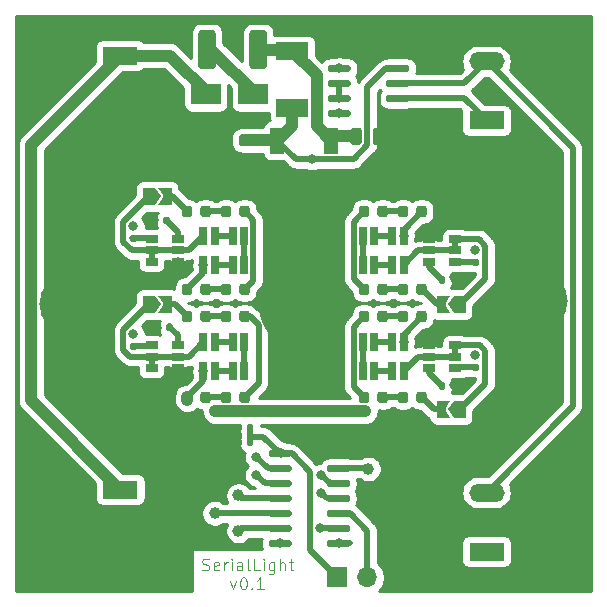
<source format=gtl>
G04 #@! TF.GenerationSoftware,KiCad,Pcbnew,(5.1.9)-1*
G04 #@! TF.CreationDate,2021-06-03T13:52:16+02:00*
G04 #@! TF.ProjectId,seriallight,73657269-616c-46c6-9967-68742e6b6963,rev?*
G04 #@! TF.SameCoordinates,Original*
G04 #@! TF.FileFunction,Copper,L1,Top*
G04 #@! TF.FilePolarity,Positive*
%FSLAX46Y46*%
G04 Gerber Fmt 4.6, Leading zero omitted, Abs format (unit mm)*
G04 Created by KiCad (PCBNEW (5.1.9)-1) date 2021-06-03 13:52:16*
%MOMM*%
%LPD*%
G01*
G04 APERTURE LIST*
G04 #@! TA.AperFunction,NonConductor*
%ADD10C,0.100000*%
G04 #@! TD*
G04 #@! TA.AperFunction,SMDPad,CuDef*
%ADD11R,0.650000X1.600000*%
G04 #@! TD*
G04 #@! TA.AperFunction,ComponentPad*
%ADD12C,7.500000*%
G04 #@! TD*
G04 #@! TA.AperFunction,ComponentPad*
%ADD13R,3.000000X1.500000*%
G04 #@! TD*
G04 #@! TA.AperFunction,ComponentPad*
%ADD14O,3.000000X1.500000*%
G04 #@! TD*
G04 #@! TA.AperFunction,ComponentPad*
%ADD15R,1.700000X1.700000*%
G04 #@! TD*
G04 #@! TA.AperFunction,ComponentPad*
%ADD16O,1.700000X1.700000*%
G04 #@! TD*
G04 #@! TA.AperFunction,ComponentPad*
%ADD17C,4.700000*%
G04 #@! TD*
G04 #@! TA.AperFunction,SMDPad,CuDef*
%ADD18R,1.060000X0.650000*%
G04 #@! TD*
G04 #@! TA.AperFunction,SMDPad,CuDef*
%ADD19C,1.000000*%
G04 #@! TD*
G04 #@! TA.AperFunction,SMDPad,CuDef*
%ADD20C,0.100000*%
G04 #@! TD*
G04 #@! TA.AperFunction,SMDPad,CuDef*
%ADD21R,2.500000X1.800000*%
G04 #@! TD*
G04 #@! TA.AperFunction,SMDPad,CuDef*
%ADD22R,2.700000X1.500000*%
G04 #@! TD*
G04 #@! TA.AperFunction,SMDPad,CuDef*
%ADD23R,1.200000X2.200000*%
G04 #@! TD*
G04 #@! TA.AperFunction,SMDPad,CuDef*
%ADD24R,5.800000X6.400000*%
G04 #@! TD*
G04 #@! TA.AperFunction,ViaPad*
%ADD25C,0.800000*%
G04 #@! TD*
G04 #@! TA.AperFunction,Conductor*
%ADD26C,1.000000*%
G04 #@! TD*
G04 #@! TA.AperFunction,Conductor*
%ADD27C,0.500000*%
G04 #@! TD*
G04 #@! TA.AperFunction,Conductor*
%ADD28C,0.254000*%
G04 #@! TD*
G04 #@! TA.AperFunction,Conductor*
%ADD29C,0.100000*%
G04 #@! TD*
G04 APERTURE END LIST*
D10*
X91440476Y-122540761D02*
X91583333Y-122588380D01*
X91821428Y-122588380D01*
X91916666Y-122540761D01*
X91964285Y-122493142D01*
X92011904Y-122397904D01*
X92011904Y-122302666D01*
X91964285Y-122207428D01*
X91916666Y-122159809D01*
X91821428Y-122112190D01*
X91630952Y-122064571D01*
X91535714Y-122016952D01*
X91488095Y-121969333D01*
X91440476Y-121874095D01*
X91440476Y-121778857D01*
X91488095Y-121683619D01*
X91535714Y-121636000D01*
X91630952Y-121588380D01*
X91869047Y-121588380D01*
X92011904Y-121636000D01*
X92821428Y-122540761D02*
X92726190Y-122588380D01*
X92535714Y-122588380D01*
X92440476Y-122540761D01*
X92392857Y-122445523D01*
X92392857Y-122064571D01*
X92440476Y-121969333D01*
X92535714Y-121921714D01*
X92726190Y-121921714D01*
X92821428Y-121969333D01*
X92869047Y-122064571D01*
X92869047Y-122159809D01*
X92392857Y-122255047D01*
X93297619Y-122588380D02*
X93297619Y-121921714D01*
X93297619Y-122112190D02*
X93345238Y-122016952D01*
X93392857Y-121969333D01*
X93488095Y-121921714D01*
X93583333Y-121921714D01*
X93916666Y-122588380D02*
X93916666Y-121921714D01*
X93916666Y-121588380D02*
X93869047Y-121636000D01*
X93916666Y-121683619D01*
X93964285Y-121636000D01*
X93916666Y-121588380D01*
X93916666Y-121683619D01*
X94821428Y-122588380D02*
X94821428Y-122064571D01*
X94773809Y-121969333D01*
X94678571Y-121921714D01*
X94488095Y-121921714D01*
X94392857Y-121969333D01*
X94821428Y-122540761D02*
X94726190Y-122588380D01*
X94488095Y-122588380D01*
X94392857Y-122540761D01*
X94345238Y-122445523D01*
X94345238Y-122350285D01*
X94392857Y-122255047D01*
X94488095Y-122207428D01*
X94726190Y-122207428D01*
X94821428Y-122159809D01*
X95440476Y-122588380D02*
X95345238Y-122540761D01*
X95297619Y-122445523D01*
X95297619Y-121588380D01*
X96297619Y-122588380D02*
X95821428Y-122588380D01*
X95821428Y-121588380D01*
X96630952Y-122588380D02*
X96630952Y-121921714D01*
X96630952Y-121588380D02*
X96583333Y-121636000D01*
X96630952Y-121683619D01*
X96678571Y-121636000D01*
X96630952Y-121588380D01*
X96630952Y-121683619D01*
X97535714Y-121921714D02*
X97535714Y-122731238D01*
X97488095Y-122826476D01*
X97440476Y-122874095D01*
X97345238Y-122921714D01*
X97202380Y-122921714D01*
X97107142Y-122874095D01*
X97535714Y-122540761D02*
X97440476Y-122588380D01*
X97250000Y-122588380D01*
X97154761Y-122540761D01*
X97107142Y-122493142D01*
X97059523Y-122397904D01*
X97059523Y-122112190D01*
X97107142Y-122016952D01*
X97154761Y-121969333D01*
X97250000Y-121921714D01*
X97440476Y-121921714D01*
X97535714Y-121969333D01*
X98011904Y-122588380D02*
X98011904Y-121588380D01*
X98440476Y-122588380D02*
X98440476Y-122064571D01*
X98392857Y-121969333D01*
X98297619Y-121921714D01*
X98154761Y-121921714D01*
X98059523Y-121969333D01*
X98011904Y-122016952D01*
X98773809Y-121921714D02*
X99154761Y-121921714D01*
X98916666Y-121588380D02*
X98916666Y-122445523D01*
X98964285Y-122540761D01*
X99059523Y-122588380D01*
X99154761Y-122588380D01*
X93821428Y-123521714D02*
X94059523Y-124188380D01*
X94297619Y-123521714D01*
X94869047Y-123188380D02*
X94964285Y-123188380D01*
X95059523Y-123236000D01*
X95107142Y-123283619D01*
X95154761Y-123378857D01*
X95202380Y-123569333D01*
X95202380Y-123807428D01*
X95154761Y-123997904D01*
X95107142Y-124093142D01*
X95059523Y-124140761D01*
X94964285Y-124188380D01*
X94869047Y-124188380D01*
X94773809Y-124140761D01*
X94726190Y-124093142D01*
X94678571Y-123997904D01*
X94630952Y-123807428D01*
X94630952Y-123569333D01*
X94678571Y-123378857D01*
X94726190Y-123283619D01*
X94773809Y-123236000D01*
X94869047Y-123188380D01*
X95630952Y-124093142D02*
X95678571Y-124140761D01*
X95630952Y-124188380D01*
X95583333Y-124140761D01*
X95630952Y-124093142D01*
X95630952Y-124188380D01*
X96630952Y-124188380D02*
X96059523Y-124188380D01*
X96345238Y-124188380D02*
X96345238Y-123188380D01*
X96250000Y-123331238D01*
X96154761Y-123426476D01*
X96059523Y-123474095D01*
D11*
X105975000Y-105750000D03*
X105025000Y-105750000D03*
G04 #@! TA.AperFunction,SMDPad,CuDef*
G36*
G01*
X103960000Y-86327000D02*
X103960000Y-85377000D01*
G75*
G02*
X104210000Y-85127000I250000J0D01*
G01*
X104710000Y-85127000D01*
G75*
G02*
X104960000Y-85377000I0J-250000D01*
G01*
X104960000Y-86327000D01*
G75*
G02*
X104710000Y-86577000I-250000J0D01*
G01*
X104210000Y-86577000D01*
G75*
G02*
X103960000Y-86327000I0J250000D01*
G01*
G37*
G04 #@! TD.AperFunction*
G04 #@! TA.AperFunction,SMDPad,CuDef*
G36*
G01*
X105860000Y-86327000D02*
X105860000Y-85377000D01*
G75*
G02*
X106110000Y-85127000I250000J0D01*
G01*
X106610000Y-85127000D01*
G75*
G02*
X106860000Y-85377000I0J-250000D01*
G01*
X106860000Y-86327000D01*
G75*
G02*
X106610000Y-86577000I-250000J0D01*
G01*
X106110000Y-86577000D01*
G75*
G02*
X105860000Y-86327000I0J250000D01*
G01*
G37*
G04 #@! TD.AperFunction*
G04 #@! TA.AperFunction,SMDPad,CuDef*
G36*
G01*
X94775000Y-87572000D02*
X95725000Y-87572000D01*
G75*
G02*
X95975000Y-87822000I0J-250000D01*
G01*
X95975000Y-88322000D01*
G75*
G02*
X95725000Y-88572000I-250000J0D01*
G01*
X94775000Y-88572000D01*
G75*
G02*
X94525000Y-88322000I0J250000D01*
G01*
X94525000Y-87822000D01*
G75*
G02*
X94775000Y-87572000I250000J0D01*
G01*
G37*
G04 #@! TD.AperFunction*
G04 #@! TA.AperFunction,SMDPad,CuDef*
G36*
G01*
X94775000Y-85672000D02*
X95725000Y-85672000D01*
G75*
G02*
X95975000Y-85922000I0J-250000D01*
G01*
X95975000Y-86422000D01*
G75*
G02*
X95725000Y-86672000I-250000J0D01*
G01*
X94775000Y-86672000D01*
G75*
G02*
X94525000Y-86422000I0J250000D01*
G01*
X94525000Y-85922000D01*
G75*
G02*
X94775000Y-85672000I250000J0D01*
G01*
G37*
G04 #@! TD.AperFunction*
G04 #@! TA.AperFunction,SMDPad,CuDef*
G36*
G01*
X96900000Y-77100000D02*
X96900000Y-79900000D01*
G75*
G02*
X96650000Y-80150000I-250000J0D01*
G01*
X95675000Y-80150000D01*
G75*
G02*
X95425000Y-79900000I0J250000D01*
G01*
X95425000Y-77100000D01*
G75*
G02*
X95675000Y-76850000I250000J0D01*
G01*
X96650000Y-76850000D01*
G75*
G02*
X96900000Y-77100000I0J-250000D01*
G01*
G37*
G04 #@! TD.AperFunction*
G04 #@! TA.AperFunction,SMDPad,CuDef*
G36*
G01*
X92575000Y-77100000D02*
X92575000Y-79900000D01*
G75*
G02*
X92325000Y-80150000I-250000J0D01*
G01*
X91350000Y-80150000D01*
G75*
G02*
X91100000Y-79900000I0J250000D01*
G01*
X91100000Y-77100000D01*
G75*
G02*
X91350000Y-76850000I250000J0D01*
G01*
X92325000Y-76850000D01*
G75*
G02*
X92575000Y-77100000I0J-250000D01*
G01*
G37*
G04 #@! TD.AperFunction*
D12*
X100000000Y-100000000D03*
D13*
X84500000Y-79000000D03*
D14*
X84500000Y-84000000D03*
D15*
X102870000Y-123190000D03*
D16*
X105410000Y-123190000D03*
X107950000Y-123190000D03*
D14*
X115500000Y-79500000D03*
D13*
X115500000Y-84500000D03*
G04 #@! TA.AperFunction,SMDPad,CuDef*
G36*
G01*
X85783000Y-103904000D02*
X85413000Y-103904000D01*
G75*
G02*
X85278000Y-103769000I0J135000D01*
G01*
X85278000Y-103499000D01*
G75*
G02*
X85413000Y-103364000I135000J0D01*
G01*
X85783000Y-103364000D01*
G75*
G02*
X85918000Y-103499000I0J-135000D01*
G01*
X85918000Y-103769000D01*
G75*
G02*
X85783000Y-103904000I-135000J0D01*
G01*
G37*
G04 #@! TD.AperFunction*
G04 #@! TA.AperFunction,SMDPad,CuDef*
G36*
G01*
X85783000Y-102884000D02*
X85413000Y-102884000D01*
G75*
G02*
X85278000Y-102749000I0J135000D01*
G01*
X85278000Y-102479000D01*
G75*
G02*
X85413000Y-102344000I135000J0D01*
G01*
X85783000Y-102344000D01*
G75*
G02*
X85918000Y-102479000I0J-135000D01*
G01*
X85918000Y-102749000D01*
G75*
G02*
X85783000Y-102884000I-135000J0D01*
G01*
G37*
G04 #@! TD.AperFunction*
G04 #@! TA.AperFunction,SMDPad,CuDef*
G36*
G01*
X114739000Y-104662000D02*
X114369000Y-104662000D01*
G75*
G02*
X114234000Y-104527000I0J135000D01*
G01*
X114234000Y-104257000D01*
G75*
G02*
X114369000Y-104122000I135000J0D01*
G01*
X114739000Y-104122000D01*
G75*
G02*
X114874000Y-104257000I0J-135000D01*
G01*
X114874000Y-104527000D01*
G75*
G02*
X114739000Y-104662000I-135000J0D01*
G01*
G37*
G04 #@! TD.AperFunction*
G04 #@! TA.AperFunction,SMDPad,CuDef*
G36*
G01*
X114739000Y-105682000D02*
X114369000Y-105682000D01*
G75*
G02*
X114234000Y-105547000I0J135000D01*
G01*
X114234000Y-105277000D01*
G75*
G02*
X114369000Y-105142000I135000J0D01*
G01*
X114739000Y-105142000D01*
G75*
G02*
X114874000Y-105277000I0J-135000D01*
G01*
X114874000Y-105547000D01*
G75*
G02*
X114739000Y-105682000I-135000J0D01*
G01*
G37*
G04 #@! TD.AperFunction*
G04 #@! TA.AperFunction,SMDPad,CuDef*
G36*
G01*
X113048000Y-97815000D02*
X113048000Y-98185000D01*
G75*
G02*
X112913000Y-98320000I-135000J0D01*
G01*
X112643000Y-98320000D01*
G75*
G02*
X112508000Y-98185000I0J135000D01*
G01*
X112508000Y-97815000D01*
G75*
G02*
X112643000Y-97680000I135000J0D01*
G01*
X112913000Y-97680000D01*
G75*
G02*
X113048000Y-97815000I0J-135000D01*
G01*
G37*
G04 #@! TD.AperFunction*
G04 #@! TA.AperFunction,SMDPad,CuDef*
G36*
G01*
X112028000Y-97815000D02*
X112028000Y-98185000D01*
G75*
G02*
X111893000Y-98320000I-135000J0D01*
G01*
X111623000Y-98320000D01*
G75*
G02*
X111488000Y-98185000I0J135000D01*
G01*
X111488000Y-97815000D01*
G75*
G02*
X111623000Y-97680000I135000J0D01*
G01*
X111893000Y-97680000D01*
G75*
G02*
X112028000Y-97815000I0J-135000D01*
G01*
G37*
G04 #@! TD.AperFunction*
G04 #@! TA.AperFunction,SMDPad,CuDef*
G36*
G01*
X114739000Y-95772000D02*
X114369000Y-95772000D01*
G75*
G02*
X114234000Y-95637000I0J135000D01*
G01*
X114234000Y-95367000D01*
G75*
G02*
X114369000Y-95232000I135000J0D01*
G01*
X114739000Y-95232000D01*
G75*
G02*
X114874000Y-95367000I0J-135000D01*
G01*
X114874000Y-95637000D01*
G75*
G02*
X114739000Y-95772000I-135000J0D01*
G01*
G37*
G04 #@! TD.AperFunction*
G04 #@! TA.AperFunction,SMDPad,CuDef*
G36*
G01*
X114739000Y-96792000D02*
X114369000Y-96792000D01*
G75*
G02*
X114234000Y-96657000I0J135000D01*
G01*
X114234000Y-96387000D01*
G75*
G02*
X114369000Y-96252000I135000J0D01*
G01*
X114739000Y-96252000D01*
G75*
G02*
X114874000Y-96387000I0J-135000D01*
G01*
X114874000Y-96657000D01*
G75*
G02*
X114739000Y-96792000I-135000J0D01*
G01*
G37*
G04 #@! TD.AperFunction*
G04 #@! TA.AperFunction,SMDPad,CuDef*
G36*
G01*
X85783000Y-94760000D02*
X85413000Y-94760000D01*
G75*
G02*
X85278000Y-94625000I0J135000D01*
G01*
X85278000Y-94355000D01*
G75*
G02*
X85413000Y-94220000I135000J0D01*
G01*
X85783000Y-94220000D01*
G75*
G02*
X85918000Y-94355000I0J-135000D01*
G01*
X85918000Y-94625000D01*
G75*
G02*
X85783000Y-94760000I-135000J0D01*
G01*
G37*
G04 #@! TD.AperFunction*
G04 #@! TA.AperFunction,SMDPad,CuDef*
G36*
G01*
X85783000Y-93740000D02*
X85413000Y-93740000D01*
G75*
G02*
X85278000Y-93605000I0J135000D01*
G01*
X85278000Y-93335000D01*
G75*
G02*
X85413000Y-93200000I135000J0D01*
G01*
X85783000Y-93200000D01*
G75*
G02*
X85918000Y-93335000I0J-135000D01*
G01*
X85918000Y-93605000D01*
G75*
G02*
X85783000Y-93740000I-135000J0D01*
G01*
G37*
G04 #@! TD.AperFunction*
G04 #@! TA.AperFunction,SMDPad,CuDef*
G36*
G01*
X97050000Y-112840000D02*
X97050000Y-112540000D01*
G75*
G02*
X97200000Y-112390000I150000J0D01*
G01*
X98850000Y-112390000D01*
G75*
G02*
X99000000Y-112540000I0J-150000D01*
G01*
X99000000Y-112840000D01*
G75*
G02*
X98850000Y-112990000I-150000J0D01*
G01*
X97200000Y-112990000D01*
G75*
G02*
X97050000Y-112840000I0J150000D01*
G01*
G37*
G04 #@! TD.AperFunction*
G04 #@! TA.AperFunction,SMDPad,CuDef*
G36*
G01*
X97050000Y-114110000D02*
X97050000Y-113810000D01*
G75*
G02*
X97200000Y-113660000I150000J0D01*
G01*
X98850000Y-113660000D01*
G75*
G02*
X99000000Y-113810000I0J-150000D01*
G01*
X99000000Y-114110000D01*
G75*
G02*
X98850000Y-114260000I-150000J0D01*
G01*
X97200000Y-114260000D01*
G75*
G02*
X97050000Y-114110000I0J150000D01*
G01*
G37*
G04 #@! TD.AperFunction*
G04 #@! TA.AperFunction,SMDPad,CuDef*
G36*
G01*
X97050000Y-115380000D02*
X97050000Y-115080000D01*
G75*
G02*
X97200000Y-114930000I150000J0D01*
G01*
X98850000Y-114930000D01*
G75*
G02*
X99000000Y-115080000I0J-150000D01*
G01*
X99000000Y-115380000D01*
G75*
G02*
X98850000Y-115530000I-150000J0D01*
G01*
X97200000Y-115530000D01*
G75*
G02*
X97050000Y-115380000I0J150000D01*
G01*
G37*
G04 #@! TD.AperFunction*
G04 #@! TA.AperFunction,SMDPad,CuDef*
G36*
G01*
X97050000Y-116650000D02*
X97050000Y-116350000D01*
G75*
G02*
X97200000Y-116200000I150000J0D01*
G01*
X98850000Y-116200000D01*
G75*
G02*
X99000000Y-116350000I0J-150000D01*
G01*
X99000000Y-116650000D01*
G75*
G02*
X98850000Y-116800000I-150000J0D01*
G01*
X97200000Y-116800000D01*
G75*
G02*
X97050000Y-116650000I0J150000D01*
G01*
G37*
G04 #@! TD.AperFunction*
G04 #@! TA.AperFunction,SMDPad,CuDef*
G36*
G01*
X97050000Y-117920000D02*
X97050000Y-117620000D01*
G75*
G02*
X97200000Y-117470000I150000J0D01*
G01*
X98850000Y-117470000D01*
G75*
G02*
X99000000Y-117620000I0J-150000D01*
G01*
X99000000Y-117920000D01*
G75*
G02*
X98850000Y-118070000I-150000J0D01*
G01*
X97200000Y-118070000D01*
G75*
G02*
X97050000Y-117920000I0J150000D01*
G01*
G37*
G04 #@! TD.AperFunction*
G04 #@! TA.AperFunction,SMDPad,CuDef*
G36*
G01*
X97050000Y-119190000D02*
X97050000Y-118890000D01*
G75*
G02*
X97200000Y-118740000I150000J0D01*
G01*
X98850000Y-118740000D01*
G75*
G02*
X99000000Y-118890000I0J-150000D01*
G01*
X99000000Y-119190000D01*
G75*
G02*
X98850000Y-119340000I-150000J0D01*
G01*
X97200000Y-119340000D01*
G75*
G02*
X97050000Y-119190000I0J150000D01*
G01*
G37*
G04 #@! TD.AperFunction*
G04 #@! TA.AperFunction,SMDPad,CuDef*
G36*
G01*
X97050000Y-120460000D02*
X97050000Y-120160000D01*
G75*
G02*
X97200000Y-120010000I150000J0D01*
G01*
X98850000Y-120010000D01*
G75*
G02*
X99000000Y-120160000I0J-150000D01*
G01*
X99000000Y-120460000D01*
G75*
G02*
X98850000Y-120610000I-150000J0D01*
G01*
X97200000Y-120610000D01*
G75*
G02*
X97050000Y-120460000I0J150000D01*
G01*
G37*
G04 #@! TD.AperFunction*
G04 #@! TA.AperFunction,SMDPad,CuDef*
G36*
G01*
X102000000Y-120460000D02*
X102000000Y-120160000D01*
G75*
G02*
X102150000Y-120010000I150000J0D01*
G01*
X103800000Y-120010000D01*
G75*
G02*
X103950000Y-120160000I0J-150000D01*
G01*
X103950000Y-120460000D01*
G75*
G02*
X103800000Y-120610000I-150000J0D01*
G01*
X102150000Y-120610000D01*
G75*
G02*
X102000000Y-120460000I0J150000D01*
G01*
G37*
G04 #@! TD.AperFunction*
G04 #@! TA.AperFunction,SMDPad,CuDef*
G36*
G01*
X102000000Y-119190000D02*
X102000000Y-118890000D01*
G75*
G02*
X102150000Y-118740000I150000J0D01*
G01*
X103800000Y-118740000D01*
G75*
G02*
X103950000Y-118890000I0J-150000D01*
G01*
X103950000Y-119190000D01*
G75*
G02*
X103800000Y-119340000I-150000J0D01*
G01*
X102150000Y-119340000D01*
G75*
G02*
X102000000Y-119190000I0J150000D01*
G01*
G37*
G04 #@! TD.AperFunction*
G04 #@! TA.AperFunction,SMDPad,CuDef*
G36*
G01*
X102000000Y-117920000D02*
X102000000Y-117620000D01*
G75*
G02*
X102150000Y-117470000I150000J0D01*
G01*
X103800000Y-117470000D01*
G75*
G02*
X103950000Y-117620000I0J-150000D01*
G01*
X103950000Y-117920000D01*
G75*
G02*
X103800000Y-118070000I-150000J0D01*
G01*
X102150000Y-118070000D01*
G75*
G02*
X102000000Y-117920000I0J150000D01*
G01*
G37*
G04 #@! TD.AperFunction*
G04 #@! TA.AperFunction,SMDPad,CuDef*
G36*
G01*
X102000000Y-116650000D02*
X102000000Y-116350000D01*
G75*
G02*
X102150000Y-116200000I150000J0D01*
G01*
X103800000Y-116200000D01*
G75*
G02*
X103950000Y-116350000I0J-150000D01*
G01*
X103950000Y-116650000D01*
G75*
G02*
X103800000Y-116800000I-150000J0D01*
G01*
X102150000Y-116800000D01*
G75*
G02*
X102000000Y-116650000I0J150000D01*
G01*
G37*
G04 #@! TD.AperFunction*
G04 #@! TA.AperFunction,SMDPad,CuDef*
G36*
G01*
X102000000Y-115380000D02*
X102000000Y-115080000D01*
G75*
G02*
X102150000Y-114930000I150000J0D01*
G01*
X103800000Y-114930000D01*
G75*
G02*
X103950000Y-115080000I0J-150000D01*
G01*
X103950000Y-115380000D01*
G75*
G02*
X103800000Y-115530000I-150000J0D01*
G01*
X102150000Y-115530000D01*
G75*
G02*
X102000000Y-115380000I0J150000D01*
G01*
G37*
G04 #@! TD.AperFunction*
G04 #@! TA.AperFunction,SMDPad,CuDef*
G36*
G01*
X102000000Y-114110000D02*
X102000000Y-113810000D01*
G75*
G02*
X102150000Y-113660000I150000J0D01*
G01*
X103800000Y-113660000D01*
G75*
G02*
X103950000Y-113810000I0J-150000D01*
G01*
X103950000Y-114110000D01*
G75*
G02*
X103800000Y-114260000I-150000J0D01*
G01*
X102150000Y-114260000D01*
G75*
G02*
X102000000Y-114110000I0J150000D01*
G01*
G37*
G04 #@! TD.AperFunction*
G04 #@! TA.AperFunction,SMDPad,CuDef*
G36*
G01*
X102000000Y-112840000D02*
X102000000Y-112540000D01*
G75*
G02*
X102150000Y-112390000I150000J0D01*
G01*
X103800000Y-112390000D01*
G75*
G02*
X103950000Y-112540000I0J-150000D01*
G01*
X103950000Y-112840000D01*
G75*
G02*
X103800000Y-112990000I-150000J0D01*
G01*
X102150000Y-112990000D01*
G75*
G02*
X102000000Y-112840000I0J150000D01*
G01*
G37*
G04 #@! TD.AperFunction*
G04 #@! TA.AperFunction,SMDPad,CuDef*
G36*
G01*
X102050000Y-80245000D02*
X102050000Y-79945000D01*
G75*
G02*
X102200000Y-79795000I150000J0D01*
G01*
X103850000Y-79795000D01*
G75*
G02*
X104000000Y-79945000I0J-150000D01*
G01*
X104000000Y-80245000D01*
G75*
G02*
X103850000Y-80395000I-150000J0D01*
G01*
X102200000Y-80395000D01*
G75*
G02*
X102050000Y-80245000I0J150000D01*
G01*
G37*
G04 #@! TD.AperFunction*
G04 #@! TA.AperFunction,SMDPad,CuDef*
G36*
G01*
X102050000Y-81515000D02*
X102050000Y-81215000D01*
G75*
G02*
X102200000Y-81065000I150000J0D01*
G01*
X103850000Y-81065000D01*
G75*
G02*
X104000000Y-81215000I0J-150000D01*
G01*
X104000000Y-81515000D01*
G75*
G02*
X103850000Y-81665000I-150000J0D01*
G01*
X102200000Y-81665000D01*
G75*
G02*
X102050000Y-81515000I0J150000D01*
G01*
G37*
G04 #@! TD.AperFunction*
G04 #@! TA.AperFunction,SMDPad,CuDef*
G36*
G01*
X102050000Y-82785000D02*
X102050000Y-82485000D01*
G75*
G02*
X102200000Y-82335000I150000J0D01*
G01*
X103850000Y-82335000D01*
G75*
G02*
X104000000Y-82485000I0J-150000D01*
G01*
X104000000Y-82785000D01*
G75*
G02*
X103850000Y-82935000I-150000J0D01*
G01*
X102200000Y-82935000D01*
G75*
G02*
X102050000Y-82785000I0J150000D01*
G01*
G37*
G04 #@! TD.AperFunction*
G04 #@! TA.AperFunction,SMDPad,CuDef*
G36*
G01*
X102050000Y-84055000D02*
X102050000Y-83755000D01*
G75*
G02*
X102200000Y-83605000I150000J0D01*
G01*
X103850000Y-83605000D01*
G75*
G02*
X104000000Y-83755000I0J-150000D01*
G01*
X104000000Y-84055000D01*
G75*
G02*
X103850000Y-84205000I-150000J0D01*
G01*
X102200000Y-84205000D01*
G75*
G02*
X102050000Y-84055000I0J150000D01*
G01*
G37*
G04 #@! TD.AperFunction*
G04 #@! TA.AperFunction,SMDPad,CuDef*
G36*
G01*
X107000000Y-84055000D02*
X107000000Y-83755000D01*
G75*
G02*
X107150000Y-83605000I150000J0D01*
G01*
X108800000Y-83605000D01*
G75*
G02*
X108950000Y-83755000I0J-150000D01*
G01*
X108950000Y-84055000D01*
G75*
G02*
X108800000Y-84205000I-150000J0D01*
G01*
X107150000Y-84205000D01*
G75*
G02*
X107000000Y-84055000I0J150000D01*
G01*
G37*
G04 #@! TD.AperFunction*
G04 #@! TA.AperFunction,SMDPad,CuDef*
G36*
G01*
X107000000Y-82785000D02*
X107000000Y-82485000D01*
G75*
G02*
X107150000Y-82335000I150000J0D01*
G01*
X108800000Y-82335000D01*
G75*
G02*
X108950000Y-82485000I0J-150000D01*
G01*
X108950000Y-82785000D01*
G75*
G02*
X108800000Y-82935000I-150000J0D01*
G01*
X107150000Y-82935000D01*
G75*
G02*
X107000000Y-82785000I0J150000D01*
G01*
G37*
G04 #@! TD.AperFunction*
G04 #@! TA.AperFunction,SMDPad,CuDef*
G36*
G01*
X107000000Y-81515000D02*
X107000000Y-81215000D01*
G75*
G02*
X107150000Y-81065000I150000J0D01*
G01*
X108800000Y-81065000D01*
G75*
G02*
X108950000Y-81215000I0J-150000D01*
G01*
X108950000Y-81515000D01*
G75*
G02*
X108800000Y-81665000I-150000J0D01*
G01*
X107150000Y-81665000D01*
G75*
G02*
X107000000Y-81515000I0J150000D01*
G01*
G37*
G04 #@! TD.AperFunction*
G04 #@! TA.AperFunction,SMDPad,CuDef*
G36*
G01*
X107000000Y-80245000D02*
X107000000Y-79945000D01*
G75*
G02*
X107150000Y-79795000I150000J0D01*
G01*
X108800000Y-79795000D01*
G75*
G02*
X108950000Y-79945000I0J-150000D01*
G01*
X108950000Y-80245000D01*
G75*
G02*
X108800000Y-80395000I-150000J0D01*
G01*
X107150000Y-80395000D01*
G75*
G02*
X107000000Y-80245000I0J150000D01*
G01*
G37*
G04 #@! TD.AperFunction*
D17*
X80000000Y-100000000D03*
X120000000Y-99750000D03*
D11*
X92475000Y-105750000D03*
X91525000Y-105750000D03*
X107525000Y-103250000D03*
X108475000Y-103250000D03*
X94025000Y-105750000D03*
X94975000Y-105750000D03*
X105975000Y-103250000D03*
X105025000Y-103250000D03*
X94025000Y-103250000D03*
X94975000Y-103250000D03*
X92475000Y-103250000D03*
X91525000Y-103250000D03*
X107525000Y-105750000D03*
X108475000Y-105750000D03*
X108475000Y-94250000D03*
X107525000Y-94250000D03*
X92475000Y-96750000D03*
X91525000Y-96750000D03*
X105025000Y-94250000D03*
X105975000Y-94250000D03*
X94975000Y-96750000D03*
X94025000Y-96750000D03*
X105025000Y-96750000D03*
X105975000Y-96750000D03*
X94975000Y-94250000D03*
X94025000Y-94250000D03*
X107525000Y-96750000D03*
X108475000Y-96750000D03*
X91525000Y-94250000D03*
X92475000Y-94250000D03*
G04 #@! TA.AperFunction,SMDPad,CuDef*
G36*
G01*
X88378000Y-102185000D02*
X88378000Y-101815000D01*
G75*
G02*
X88513000Y-101680000I135000J0D01*
G01*
X88783000Y-101680000D01*
G75*
G02*
X88918000Y-101815000I0J-135000D01*
G01*
X88918000Y-102185000D01*
G75*
G02*
X88783000Y-102320000I-135000J0D01*
G01*
X88513000Y-102320000D01*
G75*
G02*
X88378000Y-102185000I0J135000D01*
G01*
G37*
G04 #@! TD.AperFunction*
G04 #@! TA.AperFunction,SMDPad,CuDef*
G36*
G01*
X87358000Y-102185000D02*
X87358000Y-101815000D01*
G75*
G02*
X87493000Y-101680000I135000J0D01*
G01*
X87763000Y-101680000D01*
G75*
G02*
X87898000Y-101815000I0J-135000D01*
G01*
X87898000Y-102185000D01*
G75*
G02*
X87763000Y-102320000I-135000J0D01*
G01*
X87493000Y-102320000D01*
G75*
G02*
X87358000Y-102185000I0J135000D01*
G01*
G37*
G04 #@! TD.AperFunction*
G04 #@! TA.AperFunction,SMDPad,CuDef*
G36*
G01*
X113048000Y-106815000D02*
X113048000Y-107185000D01*
G75*
G02*
X112913000Y-107320000I-135000J0D01*
G01*
X112643000Y-107320000D01*
G75*
G02*
X112508000Y-107185000I0J135000D01*
G01*
X112508000Y-106815000D01*
G75*
G02*
X112643000Y-106680000I135000J0D01*
G01*
X112913000Y-106680000D01*
G75*
G02*
X113048000Y-106815000I0J-135000D01*
G01*
G37*
G04 #@! TD.AperFunction*
G04 #@! TA.AperFunction,SMDPad,CuDef*
G36*
G01*
X112028000Y-106815000D02*
X112028000Y-107185000D01*
G75*
G02*
X111893000Y-107320000I-135000J0D01*
G01*
X111623000Y-107320000D01*
G75*
G02*
X111488000Y-107185000I0J135000D01*
G01*
X111488000Y-106815000D01*
G75*
G02*
X111623000Y-106680000I135000J0D01*
G01*
X111893000Y-106680000D01*
G75*
G02*
X112028000Y-106815000I0J-135000D01*
G01*
G37*
G04 #@! TD.AperFunction*
G04 #@! TA.AperFunction,SMDPad,CuDef*
G36*
G01*
X87106000Y-93149000D02*
X87106000Y-92779000D01*
G75*
G02*
X87241000Y-92644000I135000J0D01*
G01*
X87511000Y-92644000D01*
G75*
G02*
X87646000Y-92779000I0J-135000D01*
G01*
X87646000Y-93149000D01*
G75*
G02*
X87511000Y-93284000I-135000J0D01*
G01*
X87241000Y-93284000D01*
G75*
G02*
X87106000Y-93149000I0J135000D01*
G01*
G37*
G04 #@! TD.AperFunction*
G04 #@! TA.AperFunction,SMDPad,CuDef*
G36*
G01*
X88126000Y-93149000D02*
X88126000Y-92779000D01*
G75*
G02*
X88261000Y-92644000I135000J0D01*
G01*
X88531000Y-92644000D01*
G75*
G02*
X88666000Y-92779000I0J-135000D01*
G01*
X88666000Y-93149000D01*
G75*
G02*
X88531000Y-93284000I-135000J0D01*
G01*
X88261000Y-93284000D01*
G75*
G02*
X88126000Y-93149000I0J135000D01*
G01*
G37*
G04 #@! TD.AperFunction*
D18*
X87150000Y-103550000D03*
X87150000Y-104500000D03*
X87150000Y-105450000D03*
X89350000Y-105450000D03*
X89350000Y-103550000D03*
X89350000Y-104500000D03*
X110650000Y-104500000D03*
X110650000Y-105450000D03*
X110650000Y-103550000D03*
X112850000Y-103550000D03*
X112850000Y-104500000D03*
X112850000Y-105450000D03*
X110650000Y-95500000D03*
X110650000Y-96450000D03*
X110650000Y-94550000D03*
X112850000Y-94550000D03*
X112850000Y-95500000D03*
X112850000Y-96450000D03*
X87150000Y-94550000D03*
X87150000Y-95500000D03*
X87150000Y-96450000D03*
X89350000Y-96450000D03*
X89350000Y-94550000D03*
X89350000Y-95500000D03*
D19*
X94500000Y-119250000D03*
X105500000Y-114000000D03*
X94500000Y-116250000D03*
X92500000Y-117750000D03*
G04 #@! TA.AperFunction,SMDPad,CuDef*
G36*
G01*
X94800000Y-110354000D02*
X94800000Y-110694000D01*
G75*
G02*
X94660000Y-110834000I-140000J0D01*
G01*
X94380000Y-110834000D01*
G75*
G02*
X94240000Y-110694000I0J140000D01*
G01*
X94240000Y-110354000D01*
G75*
G02*
X94380000Y-110214000I140000J0D01*
G01*
X94660000Y-110214000D01*
G75*
G02*
X94800000Y-110354000I0J-140000D01*
G01*
G37*
G04 #@! TD.AperFunction*
G04 #@! TA.AperFunction,SMDPad,CuDef*
G36*
G01*
X95760000Y-110354000D02*
X95760000Y-110694000D01*
G75*
G02*
X95620000Y-110834000I-140000J0D01*
G01*
X95340000Y-110834000D01*
G75*
G02*
X95200000Y-110694000I0J140000D01*
G01*
X95200000Y-110354000D01*
G75*
G02*
X95340000Y-110214000I140000J0D01*
G01*
X95620000Y-110214000D01*
G75*
G02*
X95760000Y-110354000I0J-140000D01*
G01*
G37*
G04 #@! TD.AperFunction*
G04 #@! TA.AperFunction,SMDPad,CuDef*
G36*
G01*
X95760000Y-111604000D02*
X95760000Y-111944000D01*
G75*
G02*
X95620000Y-112084000I-140000J0D01*
G01*
X95340000Y-112084000D01*
G75*
G02*
X95200000Y-111944000I0J140000D01*
G01*
X95200000Y-111604000D01*
G75*
G02*
X95340000Y-111464000I140000J0D01*
G01*
X95620000Y-111464000D01*
G75*
G02*
X95760000Y-111604000I0J-140000D01*
G01*
G37*
G04 #@! TD.AperFunction*
G04 #@! TA.AperFunction,SMDPad,CuDef*
G36*
G01*
X94800000Y-111604000D02*
X94800000Y-111944000D01*
G75*
G02*
X94660000Y-112084000I-140000J0D01*
G01*
X94380000Y-112084000D01*
G75*
G02*
X94240000Y-111944000I0J140000D01*
G01*
X94240000Y-111604000D01*
G75*
G02*
X94380000Y-111464000I140000J0D01*
G01*
X94660000Y-111464000D01*
G75*
G02*
X94800000Y-111604000I0J-140000D01*
G01*
G37*
G04 #@! TD.AperFunction*
D14*
X84500000Y-120750000D03*
D13*
X84500000Y-115750000D03*
X115500000Y-121000000D03*
D14*
X115500000Y-116000000D03*
G04 #@! TA.AperFunction,SMDPad,CuDef*
G36*
G01*
X90582000Y-107693750D02*
X90582000Y-108206250D01*
G75*
G02*
X90363250Y-108425000I-218750J0D01*
G01*
X89925750Y-108425000D01*
G75*
G02*
X89707000Y-108206250I0J218750D01*
G01*
X89707000Y-107693750D01*
G75*
G02*
X89925750Y-107475000I218750J0D01*
G01*
X90363250Y-107475000D01*
G75*
G02*
X90582000Y-107693750I0J-218750D01*
G01*
G37*
G04 #@! TD.AperFunction*
G04 #@! TA.AperFunction,SMDPad,CuDef*
G36*
G01*
X92157000Y-107693750D02*
X92157000Y-108206250D01*
G75*
G02*
X91938250Y-108425000I-218750J0D01*
G01*
X91500750Y-108425000D01*
G75*
G02*
X91282000Y-108206250I0J218750D01*
G01*
X91282000Y-107693750D01*
G75*
G02*
X91500750Y-107475000I218750J0D01*
G01*
X91938250Y-107475000D01*
G75*
G02*
X92157000Y-107693750I0J-218750D01*
G01*
G37*
G04 #@! TD.AperFunction*
G04 #@! TA.AperFunction,SMDPad,CuDef*
G36*
G01*
X107995000Y-101348250D02*
X107995000Y-100835750D01*
G75*
G02*
X108213750Y-100617000I218750J0D01*
G01*
X108651250Y-100617000D01*
G75*
G02*
X108870000Y-100835750I0J-218750D01*
G01*
X108870000Y-101348250D01*
G75*
G02*
X108651250Y-101567000I-218750J0D01*
G01*
X108213750Y-101567000D01*
G75*
G02*
X107995000Y-101348250I0J218750D01*
G01*
G37*
G04 #@! TD.AperFunction*
G04 #@! TA.AperFunction,SMDPad,CuDef*
G36*
G01*
X109570000Y-101348250D02*
X109570000Y-100835750D01*
G75*
G02*
X109788750Y-100617000I218750J0D01*
G01*
X110226250Y-100617000D01*
G75*
G02*
X110445000Y-100835750I0J-218750D01*
G01*
X110445000Y-101348250D01*
G75*
G02*
X110226250Y-101567000I-218750J0D01*
G01*
X109788750Y-101567000D01*
G75*
G02*
X109570000Y-101348250I0J218750D01*
G01*
G37*
G04 #@! TD.AperFunction*
G04 #@! TA.AperFunction,SMDPad,CuDef*
G36*
G01*
X95459000Y-107693750D02*
X95459000Y-108206250D01*
G75*
G02*
X95240250Y-108425000I-218750J0D01*
G01*
X94802750Y-108425000D01*
G75*
G02*
X94584000Y-108206250I0J218750D01*
G01*
X94584000Y-107693750D01*
G75*
G02*
X94802750Y-107475000I218750J0D01*
G01*
X95240250Y-107475000D01*
G75*
G02*
X95459000Y-107693750I0J-218750D01*
G01*
G37*
G04 #@! TD.AperFunction*
G04 #@! TA.AperFunction,SMDPad,CuDef*
G36*
G01*
X93884000Y-107693750D02*
X93884000Y-108206250D01*
G75*
G02*
X93665250Y-108425000I-218750J0D01*
G01*
X93227750Y-108425000D01*
G75*
G02*
X93009000Y-108206250I0J218750D01*
G01*
X93009000Y-107693750D01*
G75*
G02*
X93227750Y-107475000I218750J0D01*
G01*
X93665250Y-107475000D01*
G75*
G02*
X93884000Y-107693750I0J-218750D01*
G01*
G37*
G04 #@! TD.AperFunction*
G04 #@! TA.AperFunction,SMDPad,CuDef*
G36*
G01*
X106268000Y-101348250D02*
X106268000Y-100835750D01*
G75*
G02*
X106486750Y-100617000I218750J0D01*
G01*
X106924250Y-100617000D01*
G75*
G02*
X107143000Y-100835750I0J-218750D01*
G01*
X107143000Y-101348250D01*
G75*
G02*
X106924250Y-101567000I-218750J0D01*
G01*
X106486750Y-101567000D01*
G75*
G02*
X106268000Y-101348250I0J218750D01*
G01*
G37*
G04 #@! TD.AperFunction*
G04 #@! TA.AperFunction,SMDPad,CuDef*
G36*
G01*
X104693000Y-101348250D02*
X104693000Y-100835750D01*
G75*
G02*
X104911750Y-100617000I218750J0D01*
G01*
X105349250Y-100617000D01*
G75*
G02*
X105568000Y-100835750I0J-218750D01*
G01*
X105568000Y-101348250D01*
G75*
G02*
X105349250Y-101567000I-218750J0D01*
G01*
X104911750Y-101567000D01*
G75*
G02*
X104693000Y-101348250I0J218750D01*
G01*
G37*
G04 #@! TD.AperFunction*
G04 #@! TA.AperFunction,SMDPad,CuDef*
G36*
G01*
X94584000Y-101348250D02*
X94584000Y-100835750D01*
G75*
G02*
X94802750Y-100617000I218750J0D01*
G01*
X95240250Y-100617000D01*
G75*
G02*
X95459000Y-100835750I0J-218750D01*
G01*
X95459000Y-101348250D01*
G75*
G02*
X95240250Y-101567000I-218750J0D01*
G01*
X94802750Y-101567000D01*
G75*
G02*
X94584000Y-101348250I0J218750D01*
G01*
G37*
G04 #@! TD.AperFunction*
G04 #@! TA.AperFunction,SMDPad,CuDef*
G36*
G01*
X93009000Y-101348250D02*
X93009000Y-100835750D01*
G75*
G02*
X93227750Y-100617000I218750J0D01*
G01*
X93665250Y-100617000D01*
G75*
G02*
X93884000Y-100835750I0J-218750D01*
G01*
X93884000Y-101348250D01*
G75*
G02*
X93665250Y-101567000I-218750J0D01*
G01*
X93227750Y-101567000D01*
G75*
G02*
X93009000Y-101348250I0J218750D01*
G01*
G37*
G04 #@! TD.AperFunction*
G04 #@! TA.AperFunction,SMDPad,CuDef*
G36*
G01*
X105568000Y-107693750D02*
X105568000Y-108206250D01*
G75*
G02*
X105349250Y-108425000I-218750J0D01*
G01*
X104911750Y-108425000D01*
G75*
G02*
X104693000Y-108206250I0J218750D01*
G01*
X104693000Y-107693750D01*
G75*
G02*
X104911750Y-107475000I218750J0D01*
G01*
X105349250Y-107475000D01*
G75*
G02*
X105568000Y-107693750I0J-218750D01*
G01*
G37*
G04 #@! TD.AperFunction*
G04 #@! TA.AperFunction,SMDPad,CuDef*
G36*
G01*
X107143000Y-107693750D02*
X107143000Y-108206250D01*
G75*
G02*
X106924250Y-108425000I-218750J0D01*
G01*
X106486750Y-108425000D01*
G75*
G02*
X106268000Y-108206250I0J218750D01*
G01*
X106268000Y-107693750D01*
G75*
G02*
X106486750Y-107475000I218750J0D01*
G01*
X106924250Y-107475000D01*
G75*
G02*
X107143000Y-107693750I0J-218750D01*
G01*
G37*
G04 #@! TD.AperFunction*
G04 #@! TA.AperFunction,SMDPad,CuDef*
G36*
G01*
X89707000Y-101348250D02*
X89707000Y-100835750D01*
G75*
G02*
X89925750Y-100617000I218750J0D01*
G01*
X90363250Y-100617000D01*
G75*
G02*
X90582000Y-100835750I0J-218750D01*
G01*
X90582000Y-101348250D01*
G75*
G02*
X90363250Y-101567000I-218750J0D01*
G01*
X89925750Y-101567000D01*
G75*
G02*
X89707000Y-101348250I0J218750D01*
G01*
G37*
G04 #@! TD.AperFunction*
G04 #@! TA.AperFunction,SMDPad,CuDef*
G36*
G01*
X91282000Y-101348250D02*
X91282000Y-100835750D01*
G75*
G02*
X91500750Y-100617000I218750J0D01*
G01*
X91938250Y-100617000D01*
G75*
G02*
X92157000Y-100835750I0J-218750D01*
G01*
X92157000Y-101348250D01*
G75*
G02*
X91938250Y-101567000I-218750J0D01*
G01*
X91500750Y-101567000D01*
G75*
G02*
X91282000Y-101348250I0J218750D01*
G01*
G37*
G04 #@! TD.AperFunction*
G04 #@! TA.AperFunction,SMDPad,CuDef*
G36*
G01*
X110445000Y-107693750D02*
X110445000Y-108206250D01*
G75*
G02*
X110226250Y-108425000I-218750J0D01*
G01*
X109788750Y-108425000D01*
G75*
G02*
X109570000Y-108206250I0J218750D01*
G01*
X109570000Y-107693750D01*
G75*
G02*
X109788750Y-107475000I218750J0D01*
G01*
X110226250Y-107475000D01*
G75*
G02*
X110445000Y-107693750I0J-218750D01*
G01*
G37*
G04 #@! TD.AperFunction*
G04 #@! TA.AperFunction,SMDPad,CuDef*
G36*
G01*
X108870000Y-107693750D02*
X108870000Y-108206250D01*
G75*
G02*
X108651250Y-108425000I-218750J0D01*
G01*
X108213750Y-108425000D01*
G75*
G02*
X107995000Y-108206250I0J218750D01*
G01*
X107995000Y-107693750D01*
G75*
G02*
X108213750Y-107475000I218750J0D01*
G01*
X108651250Y-107475000D01*
G75*
G02*
X108870000Y-107693750I0J-218750D01*
G01*
G37*
G04 #@! TD.AperFunction*
G04 #@! TA.AperFunction,SMDPad,CuDef*
G36*
G01*
X107995000Y-92458250D02*
X107995000Y-91945750D01*
G75*
G02*
X108213750Y-91727000I218750J0D01*
G01*
X108651250Y-91727000D01*
G75*
G02*
X108870000Y-91945750I0J-218750D01*
G01*
X108870000Y-92458250D01*
G75*
G02*
X108651250Y-92677000I-218750J0D01*
G01*
X108213750Y-92677000D01*
G75*
G02*
X107995000Y-92458250I0J218750D01*
G01*
G37*
G04 #@! TD.AperFunction*
G04 #@! TA.AperFunction,SMDPad,CuDef*
G36*
G01*
X109570000Y-92458250D02*
X109570000Y-91945750D01*
G75*
G02*
X109788750Y-91727000I218750J0D01*
G01*
X110226250Y-91727000D01*
G75*
G02*
X110445000Y-91945750I0J-218750D01*
G01*
X110445000Y-92458250D01*
G75*
G02*
X110226250Y-92677000I-218750J0D01*
G01*
X109788750Y-92677000D01*
G75*
G02*
X109570000Y-92458250I0J218750D01*
G01*
G37*
G04 #@! TD.AperFunction*
G04 #@! TA.AperFunction,SMDPad,CuDef*
G36*
G01*
X90582000Y-98549750D02*
X90582000Y-99062250D01*
G75*
G02*
X90363250Y-99281000I-218750J0D01*
G01*
X89925750Y-99281000D01*
G75*
G02*
X89707000Y-99062250I0J218750D01*
G01*
X89707000Y-98549750D01*
G75*
G02*
X89925750Y-98331000I218750J0D01*
G01*
X90363250Y-98331000D01*
G75*
G02*
X90582000Y-98549750I0J-218750D01*
G01*
G37*
G04 #@! TD.AperFunction*
G04 #@! TA.AperFunction,SMDPad,CuDef*
G36*
G01*
X92157000Y-98549750D02*
X92157000Y-99062250D01*
G75*
G02*
X91938250Y-99281000I-218750J0D01*
G01*
X91500750Y-99281000D01*
G75*
G02*
X91282000Y-99062250I0J218750D01*
G01*
X91282000Y-98549750D01*
G75*
G02*
X91500750Y-98331000I218750J0D01*
G01*
X91938250Y-98331000D01*
G75*
G02*
X92157000Y-98549750I0J-218750D01*
G01*
G37*
G04 #@! TD.AperFunction*
G04 #@! TA.AperFunction,SMDPad,CuDef*
G36*
G01*
X106268000Y-92458250D02*
X106268000Y-91945750D01*
G75*
G02*
X106486750Y-91727000I218750J0D01*
G01*
X106924250Y-91727000D01*
G75*
G02*
X107143000Y-91945750I0J-218750D01*
G01*
X107143000Y-92458250D01*
G75*
G02*
X106924250Y-92677000I-218750J0D01*
G01*
X106486750Y-92677000D01*
G75*
G02*
X106268000Y-92458250I0J218750D01*
G01*
G37*
G04 #@! TD.AperFunction*
G04 #@! TA.AperFunction,SMDPad,CuDef*
G36*
G01*
X104693000Y-92458250D02*
X104693000Y-91945750D01*
G75*
G02*
X104911750Y-91727000I218750J0D01*
G01*
X105349250Y-91727000D01*
G75*
G02*
X105568000Y-91945750I0J-218750D01*
G01*
X105568000Y-92458250D01*
G75*
G02*
X105349250Y-92677000I-218750J0D01*
G01*
X104911750Y-92677000D01*
G75*
G02*
X104693000Y-92458250I0J218750D01*
G01*
G37*
G04 #@! TD.AperFunction*
G04 #@! TA.AperFunction,SMDPad,CuDef*
G36*
G01*
X95459000Y-98549750D02*
X95459000Y-99062250D01*
G75*
G02*
X95240250Y-99281000I-218750J0D01*
G01*
X94802750Y-99281000D01*
G75*
G02*
X94584000Y-99062250I0J218750D01*
G01*
X94584000Y-98549750D01*
G75*
G02*
X94802750Y-98331000I218750J0D01*
G01*
X95240250Y-98331000D01*
G75*
G02*
X95459000Y-98549750I0J-218750D01*
G01*
G37*
G04 #@! TD.AperFunction*
G04 #@! TA.AperFunction,SMDPad,CuDef*
G36*
G01*
X93884000Y-98549750D02*
X93884000Y-99062250D01*
G75*
G02*
X93665250Y-99281000I-218750J0D01*
G01*
X93227750Y-99281000D01*
G75*
G02*
X93009000Y-99062250I0J218750D01*
G01*
X93009000Y-98549750D01*
G75*
G02*
X93227750Y-98331000I218750J0D01*
G01*
X93665250Y-98331000D01*
G75*
G02*
X93884000Y-98549750I0J-218750D01*
G01*
G37*
G04 #@! TD.AperFunction*
G04 #@! TA.AperFunction,SMDPad,CuDef*
G36*
G01*
X107143000Y-98549750D02*
X107143000Y-99062250D01*
G75*
G02*
X106924250Y-99281000I-218750J0D01*
G01*
X106486750Y-99281000D01*
G75*
G02*
X106268000Y-99062250I0J218750D01*
G01*
X106268000Y-98549750D01*
G75*
G02*
X106486750Y-98331000I218750J0D01*
G01*
X106924250Y-98331000D01*
G75*
G02*
X107143000Y-98549750I0J-218750D01*
G01*
G37*
G04 #@! TD.AperFunction*
G04 #@! TA.AperFunction,SMDPad,CuDef*
G36*
G01*
X105568000Y-98549750D02*
X105568000Y-99062250D01*
G75*
G02*
X105349250Y-99281000I-218750J0D01*
G01*
X104911750Y-99281000D01*
G75*
G02*
X104693000Y-99062250I0J218750D01*
G01*
X104693000Y-98549750D01*
G75*
G02*
X104911750Y-98331000I218750J0D01*
G01*
X105349250Y-98331000D01*
G75*
G02*
X105568000Y-98549750I0J-218750D01*
G01*
G37*
G04 #@! TD.AperFunction*
G04 #@! TA.AperFunction,SMDPad,CuDef*
G36*
G01*
X94584000Y-92458250D02*
X94584000Y-91945750D01*
G75*
G02*
X94802750Y-91727000I218750J0D01*
G01*
X95240250Y-91727000D01*
G75*
G02*
X95459000Y-91945750I0J-218750D01*
G01*
X95459000Y-92458250D01*
G75*
G02*
X95240250Y-92677000I-218750J0D01*
G01*
X94802750Y-92677000D01*
G75*
G02*
X94584000Y-92458250I0J218750D01*
G01*
G37*
G04 #@! TD.AperFunction*
G04 #@! TA.AperFunction,SMDPad,CuDef*
G36*
G01*
X93009000Y-92458250D02*
X93009000Y-91945750D01*
G75*
G02*
X93227750Y-91727000I218750J0D01*
G01*
X93665250Y-91727000D01*
G75*
G02*
X93884000Y-91945750I0J-218750D01*
G01*
X93884000Y-92458250D01*
G75*
G02*
X93665250Y-92677000I-218750J0D01*
G01*
X93227750Y-92677000D01*
G75*
G02*
X93009000Y-92458250I0J218750D01*
G01*
G37*
G04 #@! TD.AperFunction*
G04 #@! TA.AperFunction,SMDPad,CuDef*
G36*
G01*
X108870000Y-98549750D02*
X108870000Y-99062250D01*
G75*
G02*
X108651250Y-99281000I-218750J0D01*
G01*
X108213750Y-99281000D01*
G75*
G02*
X107995000Y-99062250I0J218750D01*
G01*
X107995000Y-98549750D01*
G75*
G02*
X108213750Y-98331000I218750J0D01*
G01*
X108651250Y-98331000D01*
G75*
G02*
X108870000Y-98549750I0J-218750D01*
G01*
G37*
G04 #@! TD.AperFunction*
G04 #@! TA.AperFunction,SMDPad,CuDef*
G36*
G01*
X110445000Y-98549750D02*
X110445000Y-99062250D01*
G75*
G02*
X110226250Y-99281000I-218750J0D01*
G01*
X109788750Y-99281000D01*
G75*
G02*
X109570000Y-99062250I0J218750D01*
G01*
X109570000Y-98549750D01*
G75*
G02*
X109788750Y-98331000I218750J0D01*
G01*
X110226250Y-98331000D01*
G75*
G02*
X110445000Y-98549750I0J-218750D01*
G01*
G37*
G04 #@! TD.AperFunction*
G04 #@! TA.AperFunction,SMDPad,CuDef*
G36*
G01*
X89707000Y-92458250D02*
X89707000Y-91945750D01*
G75*
G02*
X89925750Y-91727000I218750J0D01*
G01*
X90363250Y-91727000D01*
G75*
G02*
X90582000Y-91945750I0J-218750D01*
G01*
X90582000Y-92458250D01*
G75*
G02*
X90363250Y-92677000I-218750J0D01*
G01*
X89925750Y-92677000D01*
G75*
G02*
X89707000Y-92458250I0J218750D01*
G01*
G37*
G04 #@! TD.AperFunction*
G04 #@! TA.AperFunction,SMDPad,CuDef*
G36*
G01*
X91282000Y-92458250D02*
X91282000Y-91945750D01*
G75*
G02*
X91500750Y-91727000I218750J0D01*
G01*
X91938250Y-91727000D01*
G75*
G02*
X92157000Y-91945750I0J-218750D01*
G01*
X92157000Y-92458250D01*
G75*
G02*
X91938250Y-92677000I-218750J0D01*
G01*
X91500750Y-92677000D01*
G75*
G02*
X91282000Y-92458250I0J218750D01*
G01*
G37*
G04 #@! TD.AperFunction*
G04 #@! TA.AperFunction,SMDPad,CuDef*
D20*
G36*
X88855000Y-100826000D02*
G01*
X87705000Y-100826000D01*
X88205000Y-100076000D01*
X87705000Y-99326000D01*
X88855000Y-99326000D01*
X88855000Y-100826000D01*
G37*
G04 #@! TD.AperFunction*
G04 #@! TA.AperFunction,SMDPad,CuDef*
G36*
X87905000Y-100076000D02*
G01*
X87405000Y-100826000D01*
X86405000Y-100826000D01*
X86405000Y-99326000D01*
X87405000Y-99326000D01*
X87905000Y-100076000D01*
G37*
G04 #@! TD.AperFunction*
G04 #@! TA.AperFunction,SMDPad,CuDef*
G36*
X111297000Y-108216000D02*
G01*
X112447000Y-108216000D01*
X111947000Y-108966000D01*
X112447000Y-109716000D01*
X111297000Y-109716000D01*
X111297000Y-108216000D01*
G37*
G04 #@! TD.AperFunction*
G04 #@! TA.AperFunction,SMDPad,CuDef*
G36*
X112247000Y-108966000D02*
G01*
X112747000Y-108216000D01*
X113747000Y-108216000D01*
X113747000Y-109716000D01*
X112747000Y-109716000D01*
X112247000Y-108966000D01*
G37*
G04 #@! TD.AperFunction*
G04 #@! TA.AperFunction,SMDPad,CuDef*
G36*
X112247000Y-100076000D02*
G01*
X112747000Y-99326000D01*
X113747000Y-99326000D01*
X113747000Y-100826000D01*
X112747000Y-100826000D01*
X112247000Y-100076000D01*
G37*
G04 #@! TD.AperFunction*
G04 #@! TA.AperFunction,SMDPad,CuDef*
G36*
X111297000Y-99326000D02*
G01*
X112447000Y-99326000D01*
X111947000Y-100076000D01*
X112447000Y-100826000D01*
X111297000Y-100826000D01*
X111297000Y-99326000D01*
G37*
G04 #@! TD.AperFunction*
G04 #@! TA.AperFunction,SMDPad,CuDef*
G36*
X87905000Y-90932000D02*
G01*
X87405000Y-91682000D01*
X86405000Y-91682000D01*
X86405000Y-90182000D01*
X87405000Y-90182000D01*
X87905000Y-90932000D01*
G37*
G04 #@! TD.AperFunction*
G04 #@! TA.AperFunction,SMDPad,CuDef*
G36*
X88855000Y-91682000D02*
G01*
X87705000Y-91682000D01*
X88205000Y-90932000D01*
X87705000Y-90182000D01*
X88855000Y-90182000D01*
X88855000Y-91682000D01*
G37*
G04 #@! TD.AperFunction*
D21*
X95726000Y-82296000D03*
X91726000Y-82296000D03*
D22*
X99060000Y-78626000D03*
X99060000Y-83426000D03*
D23*
X102356000Y-86224000D03*
X97796000Y-86224000D03*
D24*
X100076000Y-92524000D03*
D25*
X112776000Y-97790000D03*
X112776000Y-106934000D03*
X110744000Y-103378000D03*
X110744000Y-94488000D03*
X89408000Y-105664000D03*
X89408000Y-96520000D03*
X87376000Y-92964000D03*
X87630000Y-102108000D03*
X91525000Y-96750000D03*
X91525000Y-105750000D03*
X108475000Y-103250000D03*
X108475000Y-94250000D03*
X92549990Y-109125010D03*
X105230001Y-109125010D03*
X96162500Y-78500000D03*
X98087542Y-112627458D03*
X100728001Y-87774001D03*
X85598000Y-102614000D03*
X101432000Y-119040000D03*
X114554000Y-104392000D03*
X102975000Y-120310000D03*
X114554000Y-95502000D03*
X98025000Y-120310000D03*
X96000000Y-114500000D03*
X85598000Y-93470000D03*
X96000000Y-113000000D03*
X103025000Y-82635000D03*
X101500000Y-116000000D03*
X103025000Y-83905000D03*
X101500000Y-114500000D03*
X103025000Y-80095000D03*
D26*
X96162500Y-78500000D02*
X96162500Y-79287500D01*
D27*
X98000000Y-112665000D02*
X98025000Y-112690000D01*
X105975000Y-103250000D02*
X107525000Y-103250000D01*
X105025000Y-103250000D02*
X105025000Y-105750000D01*
X105975000Y-105750000D02*
X107525000Y-105750000D01*
X91525000Y-97425500D02*
X90144500Y-98806000D01*
X91525000Y-96750000D02*
X91525000Y-97425500D01*
X91525000Y-106569500D02*
X90144500Y-107950000D01*
X91525000Y-105750000D02*
X91525000Y-106569500D01*
X108475000Y-93734500D02*
X110007500Y-92202000D01*
X108475000Y-94250000D02*
X108475000Y-93734500D01*
X108475000Y-102624500D02*
X110007500Y-101092000D01*
X108475000Y-103250000D02*
X108475000Y-102624500D01*
D26*
X90144500Y-108149326D02*
X90144500Y-107950000D01*
X92549990Y-109125010D02*
X105230001Y-109125010D01*
X98934000Y-78500000D02*
X99060000Y-78626000D01*
X96162500Y-78500000D02*
X98934000Y-78500000D01*
X101110001Y-84978001D02*
X102356000Y-86224000D01*
X101110001Y-80676001D02*
X101110001Y-84978001D01*
X99060000Y-78626000D02*
X101110001Y-80676001D01*
X102728000Y-85852000D02*
X102356000Y-86224000D01*
X104460000Y-85852000D02*
X102728000Y-85852000D01*
D27*
X95500000Y-110524000D02*
X95500000Y-111024000D01*
X96591000Y-111256000D02*
X95500000Y-111256000D01*
X98025000Y-112690000D02*
X96591000Y-111256000D01*
X95500000Y-111256000D02*
X95500000Y-111774000D01*
X95500000Y-111024000D02*
X95500000Y-111256000D01*
X100581999Y-120901999D02*
X102870000Y-123190000D01*
X100581999Y-114271999D02*
X100581999Y-120901999D01*
X99000000Y-112690000D02*
X100581999Y-114271999D01*
X98025000Y-112690000D02*
X99000000Y-112690000D01*
X95504000Y-111252000D02*
X95500000Y-111256000D01*
D26*
X99060000Y-84960000D02*
X97796000Y-86224000D01*
X99060000Y-83426000D02*
X99060000Y-84960000D01*
D27*
X97796000Y-86224000D02*
X99346001Y-87774001D01*
D26*
X97744000Y-86172000D02*
X97796000Y-86224000D01*
X95250000Y-86172000D02*
X97744000Y-86172000D01*
D27*
X99346001Y-87774001D02*
X100728001Y-87774001D01*
X105410000Y-86616966D02*
X104252965Y-87774001D01*
X105410000Y-81685000D02*
X105410000Y-86616966D01*
X107000000Y-80095000D02*
X105410000Y-81685000D01*
X104252965Y-87774001D02*
X100728001Y-87774001D01*
X107975000Y-80095000D02*
X107000000Y-80095000D01*
X94025000Y-105750000D02*
X92475000Y-105750000D01*
X94975000Y-103250000D02*
X94975000Y-105750000D01*
X92475000Y-103250000D02*
X94025000Y-103250000D01*
X107525000Y-94250000D02*
X105975000Y-94250000D01*
X92475000Y-96750000D02*
X94025000Y-96750000D01*
X105025000Y-94250000D02*
X105025000Y-96750000D01*
X94975000Y-96750000D02*
X94975000Y-94250000D01*
X105975000Y-96750000D02*
X107525000Y-96750000D01*
X94025000Y-94250000D02*
X92475000Y-94250000D01*
D26*
X76949999Y-108199999D02*
X84500000Y-115750000D01*
X76949999Y-86550001D02*
X76949999Y-108199999D01*
X84500000Y-79000000D02*
X76949999Y-86550001D01*
X88684000Y-79000000D02*
X91980000Y-82296000D01*
X84500000Y-79000000D02*
X88684000Y-79000000D01*
D27*
X105410000Y-119230000D02*
X105410000Y-123190000D01*
X103950000Y-117770000D02*
X105410000Y-119230000D01*
X102975000Y-117770000D02*
X103950000Y-117770000D01*
X94710000Y-119040000D02*
X94500000Y-119250000D01*
X98025000Y-119040000D02*
X94710000Y-119040000D01*
X105460000Y-113960000D02*
X105500000Y-114000000D01*
X102975000Y-113960000D02*
X105460000Y-113960000D01*
X94750000Y-116500000D02*
X94500000Y-116250000D01*
X98025000Y-116500000D02*
X94750000Y-116500000D01*
X92520000Y-117770000D02*
X92500000Y-117750000D01*
X98025000Y-117770000D02*
X92520000Y-117770000D01*
X113635000Y-81365000D02*
X115500000Y-79500000D01*
X107975000Y-81365000D02*
X113635000Y-81365000D01*
X122800001Y-108699999D02*
X115500000Y-116000000D01*
X122800001Y-86800001D02*
X122800001Y-108699999D01*
X115500000Y-79500000D02*
X122800001Y-86800001D01*
X113635000Y-82635000D02*
X115500000Y-84500000D01*
X107975000Y-82635000D02*
X113635000Y-82635000D01*
X102975000Y-119040000D02*
X101432000Y-119040000D01*
X103950000Y-120310000D02*
X102975000Y-120310000D01*
X96730000Y-115230000D02*
X96000000Y-114500000D01*
X98025000Y-115230000D02*
X96730000Y-115230000D01*
X96960000Y-113960000D02*
X96000000Y-113000000D01*
X98025000Y-113960000D02*
X96960000Y-113960000D01*
X103025000Y-82635000D02*
X103025000Y-81365000D01*
X102000000Y-116500000D02*
X101500000Y-116000000D01*
X102975000Y-116500000D02*
X102000000Y-116500000D01*
X102230000Y-115230000D02*
X101500000Y-114500000D01*
X102975000Y-115230000D02*
X102230000Y-115230000D01*
X90275000Y-104500000D02*
X91525000Y-103250000D01*
X89350000Y-104500000D02*
X90275000Y-104500000D01*
X89350000Y-104500000D02*
X87150000Y-104500000D01*
X87150000Y-104500000D02*
X87150000Y-105450000D01*
X85316670Y-104500000D02*
X87150000Y-104500000D01*
X84747999Y-103931329D02*
X85316670Y-104500000D01*
X84747999Y-102233001D02*
X84747999Y-103931329D01*
X86905000Y-100076000D02*
X84747999Y-102233001D01*
X109725000Y-104500000D02*
X110650000Y-104500000D01*
X108475000Y-105750000D02*
X109725000Y-104500000D01*
X110650000Y-104500000D02*
X112850000Y-104500000D01*
X112850000Y-104500000D02*
X112850000Y-103550000D01*
X114962001Y-103541999D02*
X112858001Y-103541999D01*
X112858001Y-103541999D02*
X112850000Y-103550000D01*
X115404001Y-103983999D02*
X114962001Y-103541999D01*
X115404001Y-106808999D02*
X115404001Y-103983999D01*
X113247000Y-108966000D02*
X115404001Y-106808999D01*
X109725000Y-95500000D02*
X110650000Y-95500000D01*
X108475000Y-96750000D02*
X109725000Y-95500000D01*
X110650000Y-95500000D02*
X112850000Y-95500000D01*
X112850000Y-95500000D02*
X112850000Y-94550000D01*
X114860002Y-94550000D02*
X112850000Y-94550000D01*
X115404001Y-95093999D02*
X114860002Y-94550000D01*
X115404001Y-97918999D02*
X115404001Y-95093999D01*
X113247000Y-100076000D02*
X115404001Y-97918999D01*
X87150000Y-96450000D02*
X87150000Y-95500000D01*
X87150000Y-95500000D02*
X89350000Y-95500000D01*
X90275000Y-95500000D02*
X91525000Y-94250000D01*
X89350000Y-95500000D02*
X90275000Y-95500000D01*
X85460670Y-95500000D02*
X87150000Y-95500000D01*
X84747999Y-93089001D02*
X84747999Y-94787329D01*
X84747999Y-94787329D02*
X85460670Y-95500000D01*
X86905000Y-90932000D02*
X84747999Y-93089001D01*
X89260000Y-103460000D02*
X89350000Y-103550000D01*
X89350000Y-103550000D02*
X89350000Y-102956000D01*
X89350000Y-102702000D02*
X88648000Y-102000000D01*
X89350000Y-103550000D02*
X89350000Y-102702000D01*
X110740000Y-105540000D02*
X110650000Y-105450000D01*
X110650000Y-105892000D02*
X111758000Y-107000000D01*
X110650000Y-105450000D02*
X110650000Y-105892000D01*
X87090000Y-103490000D02*
X87150000Y-103550000D01*
X87066000Y-103634000D02*
X87150000Y-103550000D01*
X85598000Y-103634000D02*
X87066000Y-103634000D01*
X112890000Y-105490000D02*
X112850000Y-105450000D01*
X112888000Y-105412000D02*
X112850000Y-105450000D01*
X114554000Y-105412000D02*
X112888000Y-105412000D01*
X110740000Y-96540000D02*
X110650000Y-96450000D01*
X110650000Y-96892000D02*
X111758000Y-98000000D01*
X110650000Y-96450000D02*
X110650000Y-96892000D01*
X89260000Y-94460000D02*
X89350000Y-94550000D01*
X89350000Y-93918000D02*
X88396000Y-92964000D01*
X89350000Y-94550000D02*
X89350000Y-93918000D01*
X112910000Y-96510000D02*
X112850000Y-96450000D01*
X114500000Y-96510000D02*
X112910000Y-96510000D01*
X87090000Y-94490000D02*
X87150000Y-94550000D01*
X85500000Y-94490000D02*
X87090000Y-94490000D01*
X91719500Y-107950000D02*
X93446500Y-107950000D01*
X106705500Y-101092000D02*
X108432500Y-101092000D01*
X96210010Y-106761490D02*
X95021500Y-107950000D01*
X96210010Y-101843010D02*
X96210010Y-106761490D01*
X95459000Y-101092000D02*
X96210010Y-101843010D01*
X95021500Y-101092000D02*
X95459000Y-101092000D01*
X104249999Y-101972501D02*
X105130500Y-101092000D01*
X104249999Y-107069499D02*
X104249999Y-101972501D01*
X105130500Y-107950000D02*
X104249999Y-107069499D01*
X91719500Y-101092000D02*
X93446500Y-101092000D01*
X108432500Y-107950000D02*
X106705500Y-107950000D01*
X89128500Y-100076000D02*
X90144500Y-101092000D01*
X88355000Y-100076000D02*
X89128500Y-100076000D01*
X111023500Y-108966000D02*
X110007500Y-107950000D01*
X111797000Y-108966000D02*
X111023500Y-108966000D01*
X108432500Y-92202000D02*
X106705500Y-92202000D01*
X91719500Y-98806000D02*
X93446500Y-98806000D01*
X104249999Y-97925499D02*
X105130500Y-98806000D01*
X104249999Y-93082501D02*
X104249999Y-97925499D01*
X105130500Y-92202000D02*
X104249999Y-93082501D01*
X95750001Y-92930501D02*
X95750001Y-98077499D01*
X95750001Y-98077499D02*
X95021500Y-98806000D01*
X95021500Y-92202000D02*
X95750001Y-92930501D01*
X106705500Y-98806000D02*
X108432500Y-98806000D01*
X91719500Y-92202000D02*
X93446500Y-92202000D01*
X111277500Y-100076000D02*
X110007500Y-98806000D01*
X111797000Y-100076000D02*
X111277500Y-100076000D01*
X88874500Y-90932000D02*
X90144500Y-92202000D01*
X88355000Y-90932000D02*
X88874500Y-90932000D01*
D26*
X92184000Y-78500000D02*
X95980000Y-82296000D01*
X91837500Y-78500000D02*
X92184000Y-78500000D01*
D28*
X124340000Y-124340000D02*
X106360107Y-124340000D01*
X106563475Y-124136632D01*
X106725990Y-123893411D01*
X106837932Y-123623158D01*
X106895000Y-123336260D01*
X106895000Y-123043740D01*
X106837932Y-122756842D01*
X106725990Y-122486589D01*
X106563475Y-122243368D01*
X106356632Y-122036525D01*
X106295000Y-121995344D01*
X106295000Y-120250000D01*
X113361928Y-120250000D01*
X113361928Y-121750000D01*
X113374188Y-121874482D01*
X113410498Y-121994180D01*
X113469463Y-122104494D01*
X113548815Y-122201185D01*
X113645506Y-122280537D01*
X113755820Y-122339502D01*
X113875518Y-122375812D01*
X114000000Y-122388072D01*
X117000000Y-122388072D01*
X117124482Y-122375812D01*
X117244180Y-122339502D01*
X117354494Y-122280537D01*
X117451185Y-122201185D01*
X117530537Y-122104494D01*
X117589502Y-121994180D01*
X117625812Y-121874482D01*
X117638072Y-121750000D01*
X117638072Y-120250000D01*
X117625812Y-120125518D01*
X117589502Y-120005820D01*
X117530537Y-119895506D01*
X117451185Y-119798815D01*
X117354494Y-119719463D01*
X117244180Y-119660498D01*
X117124482Y-119624188D01*
X117000000Y-119611928D01*
X114000000Y-119611928D01*
X113875518Y-119624188D01*
X113755820Y-119660498D01*
X113645506Y-119719463D01*
X113548815Y-119798815D01*
X113469463Y-119895506D01*
X113410498Y-120005820D01*
X113374188Y-120125518D01*
X113361928Y-120250000D01*
X106295000Y-120250000D01*
X106295000Y-119273469D01*
X106299281Y-119230000D01*
X106295000Y-119186531D01*
X106295000Y-119186523D01*
X106282195Y-119056510D01*
X106231589Y-118889687D01*
X106149411Y-118735941D01*
X106114112Y-118692929D01*
X106066532Y-118634953D01*
X106066530Y-118634951D01*
X106038817Y-118601183D01*
X106005050Y-118573471D01*
X104606532Y-117174954D01*
X104578817Y-117141183D01*
X104473110Y-117054431D01*
X104528084Y-116951582D01*
X104572929Y-116803745D01*
X104588072Y-116650000D01*
X104588072Y-116350000D01*
X104572929Y-116196255D01*
X104528084Y-116048418D01*
X104455258Y-115912171D01*
X104416546Y-115865000D01*
X104455258Y-115817829D01*
X104528084Y-115681582D01*
X104572929Y-115533745D01*
X104588072Y-115380000D01*
X104588072Y-115080000D01*
X104572929Y-114926255D01*
X104548281Y-114845000D01*
X104739868Y-114845000D01*
X104776480Y-114881612D01*
X104962376Y-115005824D01*
X105168933Y-115091383D01*
X105388212Y-115135000D01*
X105611788Y-115135000D01*
X105831067Y-115091383D01*
X106037624Y-115005824D01*
X106223520Y-114881612D01*
X106381612Y-114723520D01*
X106505824Y-114537624D01*
X106591383Y-114331067D01*
X106635000Y-114111788D01*
X106635000Y-113888212D01*
X106591383Y-113668933D01*
X106505824Y-113462376D01*
X106381612Y-113276480D01*
X106223520Y-113118388D01*
X106037624Y-112994176D01*
X105831067Y-112908617D01*
X105611788Y-112865000D01*
X105388212Y-112865000D01*
X105168933Y-112908617D01*
X104962376Y-112994176D01*
X104841415Y-113075000D01*
X104078783Y-113075000D01*
X103953745Y-113037071D01*
X103800000Y-113021928D01*
X102150000Y-113021928D01*
X101996255Y-113037071D01*
X101848418Y-113081916D01*
X101712171Y-113154742D01*
X101592749Y-113252749D01*
X101494742Y-113372171D01*
X101445124Y-113465000D01*
X101398061Y-113465000D01*
X101198102Y-113504774D01*
X101104942Y-113543363D01*
X99656532Y-112094954D01*
X99628817Y-112061183D01*
X99494059Y-111950589D01*
X99340313Y-111868411D01*
X99173490Y-111817805D01*
X99160139Y-111816490D01*
X99151582Y-111811916D01*
X99003745Y-111767071D01*
X98850000Y-111751928D01*
X98640169Y-111751928D01*
X98577798Y-111710253D01*
X98389440Y-111632232D01*
X98189481Y-111592458D01*
X98179037Y-111592458D01*
X97247532Y-110660954D01*
X97219817Y-110627183D01*
X97085059Y-110516589D01*
X96931313Y-110434411D01*
X96764490Y-110383805D01*
X96634477Y-110371000D01*
X96634469Y-110371000D01*
X96591000Y-110366719D01*
X96547531Y-110371000D01*
X96398072Y-110371000D01*
X96398072Y-110354000D01*
X96388815Y-110260010D01*
X105285753Y-110260010D01*
X105452500Y-110243587D01*
X105666448Y-110178686D01*
X105863624Y-110073294D01*
X106036450Y-109931459D01*
X106178285Y-109758633D01*
X106283677Y-109561457D01*
X106348578Y-109347509D01*
X106370492Y-109125010D01*
X106363193Y-109050902D01*
X106486750Y-109063072D01*
X106924250Y-109063072D01*
X107091408Y-109046608D01*
X107252142Y-108997850D01*
X107400275Y-108918671D01*
X107502229Y-108835000D01*
X107635771Y-108835000D01*
X107737725Y-108918671D01*
X107885858Y-108997850D01*
X108046592Y-109046608D01*
X108213750Y-109063072D01*
X108651250Y-109063072D01*
X108818408Y-109046608D01*
X108979142Y-108997850D01*
X109127275Y-108918671D01*
X109220000Y-108842574D01*
X109312725Y-108918671D01*
X109460858Y-108997850D01*
X109621592Y-109046608D01*
X109788750Y-109063072D01*
X109868994Y-109063072D01*
X110366970Y-109561049D01*
X110394683Y-109594817D01*
X110428451Y-109622530D01*
X110428453Y-109622532D01*
X110464122Y-109651805D01*
X110529441Y-109705411D01*
X110665022Y-109777880D01*
X110671188Y-109840482D01*
X110707498Y-109960180D01*
X110766463Y-110070494D01*
X110845815Y-110167185D01*
X110942506Y-110246537D01*
X111052820Y-110305502D01*
X111172518Y-110341812D01*
X111297000Y-110354072D01*
X112447000Y-110354072D01*
X112570827Y-110341941D01*
X112596935Y-110334051D01*
X112622518Y-110341812D01*
X112747000Y-110354072D01*
X113747000Y-110354072D01*
X113871482Y-110341812D01*
X113991180Y-110305502D01*
X114101494Y-110246537D01*
X114198185Y-110167185D01*
X114277537Y-110070494D01*
X114336502Y-109960180D01*
X114372812Y-109840482D01*
X114385072Y-109716000D01*
X114385072Y-109079506D01*
X115999051Y-107465528D01*
X116032818Y-107437816D01*
X116071167Y-107391089D01*
X116132481Y-107316377D01*
X116143412Y-107303058D01*
X116225590Y-107149312D01*
X116276196Y-106982489D01*
X116289001Y-106852476D01*
X116289001Y-106852466D01*
X116293282Y-106809000D01*
X116289001Y-106765533D01*
X116289001Y-104027464D01*
X116293282Y-103983998D01*
X116289001Y-103940532D01*
X116289001Y-103940522D01*
X116276196Y-103810509D01*
X116225590Y-103643686D01*
X116143412Y-103489940D01*
X116032818Y-103355182D01*
X115999045Y-103327465D01*
X115618535Y-102946955D01*
X115590818Y-102913182D01*
X115456060Y-102802588D01*
X115302314Y-102720410D01*
X115135491Y-102669804D01*
X115005478Y-102656999D01*
X115005470Y-102656999D01*
X114962001Y-102652718D01*
X114918532Y-102656999D01*
X113664405Y-102656999D01*
X113624180Y-102635498D01*
X113504482Y-102599188D01*
X113380000Y-102586928D01*
X112320000Y-102586928D01*
X112195518Y-102599188D01*
X112075820Y-102635498D01*
X111965506Y-102694463D01*
X111868815Y-102773815D01*
X111789463Y-102870506D01*
X111730498Y-102980820D01*
X111694188Y-103100518D01*
X111681928Y-103225000D01*
X111681928Y-103615000D01*
X111479373Y-103615000D01*
X111424180Y-103585498D01*
X111304482Y-103549188D01*
X111180000Y-103536928D01*
X110120000Y-103536928D01*
X109995518Y-103549188D01*
X109875820Y-103585498D01*
X109820627Y-103615000D01*
X109768469Y-103615000D01*
X109725000Y-103610719D01*
X109681531Y-103615000D01*
X109681523Y-103615000D01*
X109566306Y-103626348D01*
X109551509Y-103627805D01*
X109532769Y-103633490D01*
X109438072Y-103662217D01*
X109438072Y-103629524D01*
X109470226Y-103551898D01*
X109510000Y-103351939D01*
X109510000Y-103148061D01*
X109470226Y-102948102D01*
X109450529Y-102900549D01*
X110146007Y-102205072D01*
X110226250Y-102205072D01*
X110393408Y-102188608D01*
X110554142Y-102139850D01*
X110702275Y-102060671D01*
X110832115Y-101954115D01*
X110938671Y-101824275D01*
X111017850Y-101676142D01*
X111066608Y-101515408D01*
X111075763Y-101422462D01*
X111172518Y-101451812D01*
X111297000Y-101464072D01*
X112447000Y-101464072D01*
X112570827Y-101451941D01*
X112596935Y-101444051D01*
X112622518Y-101451812D01*
X112747000Y-101464072D01*
X113747000Y-101464072D01*
X113871482Y-101451812D01*
X113991180Y-101415502D01*
X114101494Y-101356537D01*
X114198185Y-101277185D01*
X114277537Y-101180494D01*
X114336502Y-101070180D01*
X114372812Y-100950482D01*
X114385072Y-100826000D01*
X114385072Y-100189506D01*
X115999051Y-98575528D01*
X116032818Y-98547816D01*
X116143412Y-98413058D01*
X116225590Y-98259312D01*
X116276196Y-98092489D01*
X116289001Y-97962476D01*
X116289001Y-97962466D01*
X116293282Y-97919000D01*
X116289001Y-97875533D01*
X116289001Y-95137468D01*
X116293282Y-95093999D01*
X116289001Y-95050530D01*
X116289001Y-95050522D01*
X116276196Y-94920509D01*
X116225590Y-94753686D01*
X116143412Y-94599940D01*
X116032818Y-94465182D01*
X115999045Y-94437465D01*
X115516534Y-93954954D01*
X115488819Y-93921183D01*
X115354061Y-93810589D01*
X115200315Y-93728411D01*
X115033492Y-93677805D01*
X114903479Y-93665000D01*
X114903471Y-93665000D01*
X114860002Y-93660719D01*
X114816533Y-93665000D01*
X113679373Y-93665000D01*
X113624180Y-93635498D01*
X113504482Y-93599188D01*
X113380000Y-93586928D01*
X112320000Y-93586928D01*
X112195518Y-93599188D01*
X112075820Y-93635498D01*
X111965506Y-93694463D01*
X111868815Y-93773815D01*
X111789463Y-93870506D01*
X111730498Y-93980820D01*
X111694188Y-94100518D01*
X111681928Y-94225000D01*
X111681928Y-94615000D01*
X111479373Y-94615000D01*
X111424180Y-94585498D01*
X111304482Y-94549188D01*
X111180000Y-94536928D01*
X110120000Y-94536928D01*
X109995518Y-94549188D01*
X109875820Y-94585498D01*
X109820627Y-94615000D01*
X109768469Y-94615000D01*
X109725000Y-94610719D01*
X109681531Y-94615000D01*
X109681523Y-94615000D01*
X109566306Y-94626348D01*
X109551509Y-94627805D01*
X109532769Y-94633490D01*
X109438072Y-94662217D01*
X109438072Y-94629524D01*
X109470226Y-94551898D01*
X109510000Y-94351939D01*
X109510000Y-94148061D01*
X109477319Y-93983760D01*
X110146007Y-93315072D01*
X110226250Y-93315072D01*
X110393408Y-93298608D01*
X110554142Y-93249850D01*
X110702275Y-93170671D01*
X110832115Y-93064115D01*
X110938671Y-92934275D01*
X111017850Y-92786142D01*
X111066608Y-92625408D01*
X111083072Y-92458250D01*
X111083072Y-91945750D01*
X111066608Y-91778592D01*
X111017850Y-91617858D01*
X110938671Y-91469725D01*
X110832115Y-91339885D01*
X110702275Y-91233329D01*
X110554142Y-91154150D01*
X110393408Y-91105392D01*
X110226250Y-91088928D01*
X109788750Y-91088928D01*
X109621592Y-91105392D01*
X109460858Y-91154150D01*
X109312725Y-91233329D01*
X109220000Y-91309426D01*
X109127275Y-91233329D01*
X108979142Y-91154150D01*
X108818408Y-91105392D01*
X108651250Y-91088928D01*
X108213750Y-91088928D01*
X108046592Y-91105392D01*
X107885858Y-91154150D01*
X107737725Y-91233329D01*
X107635771Y-91317000D01*
X107502229Y-91317000D01*
X107400275Y-91233329D01*
X107252142Y-91154150D01*
X107091408Y-91105392D01*
X106924250Y-91088928D01*
X106486750Y-91088928D01*
X106319592Y-91105392D01*
X106158858Y-91154150D01*
X106010725Y-91233329D01*
X105918000Y-91309426D01*
X105825275Y-91233329D01*
X105677142Y-91154150D01*
X105516408Y-91105392D01*
X105349250Y-91088928D01*
X104911750Y-91088928D01*
X104744592Y-91105392D01*
X104583858Y-91154150D01*
X104435725Y-91233329D01*
X104305885Y-91339885D01*
X104199329Y-91469725D01*
X104120150Y-91617858D01*
X104071392Y-91778592D01*
X104054928Y-91945750D01*
X104054928Y-92025994D01*
X103654955Y-92425967D01*
X103621182Y-92453684D01*
X103510588Y-92588443D01*
X103428410Y-92742189D01*
X103377804Y-92909012D01*
X103364999Y-93039025D01*
X103364999Y-93039032D01*
X103360718Y-93082501D01*
X103364999Y-93125970D01*
X103365000Y-97882020D01*
X103360718Y-97925499D01*
X103377804Y-98098989D01*
X103428411Y-98265812D01*
X103510589Y-98419558D01*
X103593467Y-98520545D01*
X103593470Y-98520548D01*
X103621183Y-98554316D01*
X103654950Y-98582028D01*
X104054928Y-98982006D01*
X104054928Y-99062250D01*
X104071392Y-99229408D01*
X104120150Y-99390142D01*
X104199329Y-99538275D01*
X104305885Y-99668115D01*
X104435725Y-99774671D01*
X104583858Y-99853850D01*
X104744592Y-99902608D01*
X104911750Y-99919072D01*
X105349250Y-99919072D01*
X105516408Y-99902608D01*
X105677142Y-99853850D01*
X105825275Y-99774671D01*
X105918000Y-99698574D01*
X106010725Y-99774671D01*
X106158858Y-99853850D01*
X106319592Y-99902608D01*
X106486750Y-99919072D01*
X106924250Y-99919072D01*
X107091408Y-99902608D01*
X107252142Y-99853850D01*
X107400275Y-99774671D01*
X107502229Y-99691000D01*
X107635771Y-99691000D01*
X107737725Y-99774671D01*
X107885858Y-99853850D01*
X108046592Y-99902608D01*
X108213750Y-99919072D01*
X108651250Y-99919072D01*
X108818408Y-99902608D01*
X108979142Y-99853850D01*
X109127275Y-99774671D01*
X109220000Y-99698574D01*
X109312725Y-99774671D01*
X109460858Y-99853850D01*
X109621592Y-99902608D01*
X109788750Y-99919072D01*
X109868994Y-99919072D01*
X109928850Y-99978928D01*
X109788750Y-99978928D01*
X109621592Y-99995392D01*
X109460858Y-100044150D01*
X109312725Y-100123329D01*
X109220000Y-100199426D01*
X109127275Y-100123329D01*
X108979142Y-100044150D01*
X108818408Y-99995392D01*
X108651250Y-99978928D01*
X108213750Y-99978928D01*
X108046592Y-99995392D01*
X107885858Y-100044150D01*
X107737725Y-100123329D01*
X107635771Y-100207000D01*
X107502229Y-100207000D01*
X107400275Y-100123329D01*
X107252142Y-100044150D01*
X107091408Y-99995392D01*
X106924250Y-99978928D01*
X106486750Y-99978928D01*
X106319592Y-99995392D01*
X106158858Y-100044150D01*
X106010725Y-100123329D01*
X105918000Y-100199426D01*
X105825275Y-100123329D01*
X105677142Y-100044150D01*
X105516408Y-99995392D01*
X105349250Y-99978928D01*
X104911750Y-99978928D01*
X104744592Y-99995392D01*
X104583858Y-100044150D01*
X104435725Y-100123329D01*
X104305885Y-100229885D01*
X104199329Y-100359725D01*
X104120150Y-100507858D01*
X104071392Y-100668592D01*
X104054928Y-100835750D01*
X104054928Y-100915994D01*
X103654950Y-101315972D01*
X103621183Y-101343684D01*
X103593470Y-101377452D01*
X103593467Y-101377455D01*
X103510589Y-101478442D01*
X103428411Y-101632188D01*
X103377804Y-101799011D01*
X103360718Y-101972501D01*
X103365000Y-102015980D01*
X103364999Y-107026030D01*
X103360718Y-107069499D01*
X103364999Y-107112968D01*
X103364999Y-107112975D01*
X103374613Y-107210589D01*
X103377804Y-107242989D01*
X103393117Y-107293468D01*
X103428410Y-107409811D01*
X103510588Y-107563557D01*
X103621182Y-107698316D01*
X103654955Y-107726033D01*
X103918932Y-107990010D01*
X96233068Y-107990010D01*
X96805059Y-107418020D01*
X96838827Y-107390307D01*
X96879857Y-107340313D01*
X96949420Y-107255550D01*
X96949421Y-107255549D01*
X97031599Y-107101803D01*
X97082205Y-106934980D01*
X97095010Y-106804967D01*
X97095010Y-106804959D01*
X97099291Y-106761490D01*
X97095010Y-106718021D01*
X97095010Y-101886479D01*
X97099291Y-101843010D01*
X97095010Y-101799541D01*
X97095010Y-101799533D01*
X97082205Y-101669520D01*
X97054746Y-101579000D01*
X97031599Y-101502696D01*
X96949421Y-101348951D01*
X96866542Y-101247963D01*
X96866540Y-101247961D01*
X96838827Y-101214193D01*
X96805060Y-101186481D01*
X96115534Y-100496956D01*
X96087817Y-100463183D01*
X95953059Y-100352589D01*
X95941935Y-100346643D01*
X95846115Y-100229885D01*
X95716275Y-100123329D01*
X95568142Y-100044150D01*
X95407408Y-99995392D01*
X95240250Y-99978928D01*
X94802750Y-99978928D01*
X94635592Y-99995392D01*
X94474858Y-100044150D01*
X94326725Y-100123329D01*
X94234000Y-100199426D01*
X94141275Y-100123329D01*
X93993142Y-100044150D01*
X93832408Y-99995392D01*
X93665250Y-99978928D01*
X93227750Y-99978928D01*
X93060592Y-99995392D01*
X92899858Y-100044150D01*
X92751725Y-100123329D01*
X92649771Y-100207000D01*
X92516229Y-100207000D01*
X92414275Y-100123329D01*
X92266142Y-100044150D01*
X92105408Y-99995392D01*
X91938250Y-99978928D01*
X91500750Y-99978928D01*
X91333592Y-99995392D01*
X91172858Y-100044150D01*
X91024725Y-100123329D01*
X90932000Y-100199426D01*
X90839275Y-100123329D01*
X90691142Y-100044150D01*
X90530408Y-99995392D01*
X90363250Y-99978928D01*
X90283007Y-99978928D01*
X90223150Y-99919072D01*
X90363250Y-99919072D01*
X90530408Y-99902608D01*
X90691142Y-99853850D01*
X90839275Y-99774671D01*
X90932000Y-99698574D01*
X91024725Y-99774671D01*
X91172858Y-99853850D01*
X91333592Y-99902608D01*
X91500750Y-99919072D01*
X91938250Y-99919072D01*
X92105408Y-99902608D01*
X92266142Y-99853850D01*
X92414275Y-99774671D01*
X92516229Y-99691000D01*
X92649771Y-99691000D01*
X92751725Y-99774671D01*
X92899858Y-99853850D01*
X93060592Y-99902608D01*
X93227750Y-99919072D01*
X93665250Y-99919072D01*
X93832408Y-99902608D01*
X93993142Y-99853850D01*
X94141275Y-99774671D01*
X94234000Y-99698574D01*
X94326725Y-99774671D01*
X94474858Y-99853850D01*
X94635592Y-99902608D01*
X94802750Y-99919072D01*
X95240250Y-99919072D01*
X95407408Y-99902608D01*
X95568142Y-99853850D01*
X95716275Y-99774671D01*
X95846115Y-99668115D01*
X95952671Y-99538275D01*
X96031850Y-99390142D01*
X96080608Y-99229408D01*
X96097072Y-99062250D01*
X96097072Y-98982007D01*
X96345050Y-98734029D01*
X96378818Y-98706316D01*
X96412800Y-98664910D01*
X96489411Y-98571559D01*
X96489412Y-98571558D01*
X96571590Y-98417812D01*
X96608028Y-98297695D01*
X96622196Y-98250990D01*
X96626139Y-98210953D01*
X96635001Y-98120976D01*
X96635001Y-98120968D01*
X96639282Y-98077499D01*
X96635001Y-98034030D01*
X96635001Y-92973970D01*
X96639282Y-92930501D01*
X96635001Y-92887032D01*
X96635001Y-92887024D01*
X96622196Y-92757011D01*
X96617700Y-92742188D01*
X96582274Y-92625408D01*
X96571590Y-92590188D01*
X96489412Y-92436442D01*
X96465211Y-92406953D01*
X96406533Y-92335454D01*
X96406531Y-92335452D01*
X96378818Y-92301684D01*
X96345051Y-92273972D01*
X96097072Y-92025993D01*
X96097072Y-91945750D01*
X96080608Y-91778592D01*
X96031850Y-91617858D01*
X95952671Y-91469725D01*
X95846115Y-91339885D01*
X95716275Y-91233329D01*
X95568142Y-91154150D01*
X95407408Y-91105392D01*
X95240250Y-91088928D01*
X94802750Y-91088928D01*
X94635592Y-91105392D01*
X94474858Y-91154150D01*
X94326725Y-91233329D01*
X94234000Y-91309426D01*
X94141275Y-91233329D01*
X93993142Y-91154150D01*
X93832408Y-91105392D01*
X93665250Y-91088928D01*
X93227750Y-91088928D01*
X93060592Y-91105392D01*
X92899858Y-91154150D01*
X92751725Y-91233329D01*
X92649771Y-91317000D01*
X92516229Y-91317000D01*
X92414275Y-91233329D01*
X92266142Y-91154150D01*
X92105408Y-91105392D01*
X91938250Y-91088928D01*
X91500750Y-91088928D01*
X91333592Y-91105392D01*
X91172858Y-91154150D01*
X91024725Y-91233329D01*
X90932000Y-91309426D01*
X90839275Y-91233329D01*
X90691142Y-91154150D01*
X90530408Y-91105392D01*
X90363250Y-91088928D01*
X90283007Y-91088928D01*
X89531034Y-90336956D01*
X89503317Y-90303183D01*
X89493072Y-90294775D01*
X89493072Y-90182000D01*
X89480812Y-90057518D01*
X89444502Y-89937820D01*
X89385537Y-89827506D01*
X89306185Y-89730815D01*
X89209494Y-89651463D01*
X89099180Y-89592498D01*
X88979482Y-89556188D01*
X88855000Y-89543928D01*
X87705000Y-89543928D01*
X87581173Y-89556059D01*
X87555065Y-89563949D01*
X87529482Y-89556188D01*
X87405000Y-89543928D01*
X86405000Y-89543928D01*
X86280518Y-89556188D01*
X86160820Y-89592498D01*
X86050506Y-89651463D01*
X85953815Y-89730815D01*
X85874463Y-89827506D01*
X85815498Y-89937820D01*
X85779188Y-90057518D01*
X85766928Y-90182000D01*
X85766928Y-90818493D01*
X84152955Y-92432467D01*
X84119182Y-92460184D01*
X84008588Y-92594943D01*
X83926410Y-92748689D01*
X83897128Y-92845218D01*
X83884446Y-92887025D01*
X83875804Y-92915512D01*
X83862999Y-93045525D01*
X83862999Y-93045532D01*
X83858718Y-93089001D01*
X83862999Y-93132470D01*
X83863000Y-94743850D01*
X83858718Y-94787329D01*
X83875804Y-94960819D01*
X83926411Y-95127642D01*
X84008589Y-95281388D01*
X84091467Y-95382375D01*
X84091470Y-95382378D01*
X84119183Y-95416146D01*
X84152950Y-95443858D01*
X84804138Y-96095047D01*
X84831853Y-96128817D01*
X84865621Y-96156530D01*
X84865623Y-96156532D01*
X84937122Y-96215210D01*
X84966611Y-96239411D01*
X85120357Y-96321589D01*
X85232267Y-96355537D01*
X85287179Y-96372195D01*
X85301976Y-96373652D01*
X85417193Y-96385000D01*
X85417201Y-96385000D01*
X85460670Y-96389281D01*
X85504139Y-96385000D01*
X85981928Y-96385000D01*
X85981928Y-96775000D01*
X85994188Y-96899482D01*
X86030498Y-97019180D01*
X86089463Y-97129494D01*
X86168815Y-97226185D01*
X86265506Y-97305537D01*
X86375820Y-97364502D01*
X86495518Y-97400812D01*
X86620000Y-97413072D01*
X87680000Y-97413072D01*
X87804482Y-97400812D01*
X87924180Y-97364502D01*
X88034494Y-97305537D01*
X88131185Y-97226185D01*
X88210537Y-97129494D01*
X88269502Y-97019180D01*
X88305812Y-96899482D01*
X88318072Y-96775000D01*
X88318072Y-96385000D01*
X88520627Y-96385000D01*
X88575820Y-96414502D01*
X88695518Y-96450812D01*
X88820000Y-96463072D01*
X89880000Y-96463072D01*
X90004482Y-96450812D01*
X90124180Y-96414502D01*
X90179373Y-96385000D01*
X90231531Y-96385000D01*
X90275000Y-96389281D01*
X90318469Y-96385000D01*
X90318477Y-96385000D01*
X90448490Y-96372195D01*
X90561928Y-96337783D01*
X90561928Y-96370476D01*
X90529774Y-96448102D01*
X90490000Y-96648061D01*
X90490000Y-96851939D01*
X90529774Y-97051898D01*
X90561928Y-97129524D01*
X90561928Y-97136993D01*
X90005994Y-97692928D01*
X89925750Y-97692928D01*
X89758592Y-97709392D01*
X89597858Y-97758150D01*
X89449725Y-97837329D01*
X89319885Y-97943885D01*
X89213329Y-98073725D01*
X89134150Y-98221858D01*
X89085392Y-98382592D01*
X89068928Y-98549750D01*
X89068928Y-98727321D01*
X88979482Y-98700188D01*
X88855000Y-98687928D01*
X87705000Y-98687928D01*
X87581173Y-98700059D01*
X87555065Y-98707949D01*
X87529482Y-98700188D01*
X87405000Y-98687928D01*
X86405000Y-98687928D01*
X86280518Y-98700188D01*
X86160820Y-98736498D01*
X86050506Y-98795463D01*
X85953815Y-98874815D01*
X85874463Y-98971506D01*
X85815498Y-99081820D01*
X85779188Y-99201518D01*
X85766928Y-99326000D01*
X85766928Y-99962493D01*
X84152955Y-101576467D01*
X84119182Y-101604184D01*
X84008588Y-101738943D01*
X83926410Y-101892689D01*
X83875804Y-102059512D01*
X83862999Y-102189525D01*
X83862999Y-102189532D01*
X83858718Y-102233001D01*
X83862999Y-102276470D01*
X83863000Y-103887850D01*
X83858718Y-103931329D01*
X83875804Y-104104819D01*
X83926411Y-104271642D01*
X84008589Y-104425388D01*
X84091467Y-104526375D01*
X84091470Y-104526378D01*
X84119183Y-104560146D01*
X84152951Y-104587859D01*
X84660136Y-105095044D01*
X84687853Y-105128817D01*
X84822611Y-105239411D01*
X84976357Y-105321589D01*
X85143180Y-105372195D01*
X85273193Y-105385000D01*
X85273203Y-105385000D01*
X85316669Y-105389281D01*
X85360135Y-105385000D01*
X85981928Y-105385000D01*
X85981928Y-105775000D01*
X85994188Y-105899482D01*
X86030498Y-106019180D01*
X86089463Y-106129494D01*
X86168815Y-106226185D01*
X86265506Y-106305537D01*
X86375820Y-106364502D01*
X86495518Y-106400812D01*
X86620000Y-106413072D01*
X87680000Y-106413072D01*
X87804482Y-106400812D01*
X87924180Y-106364502D01*
X88034494Y-106305537D01*
X88131185Y-106226185D01*
X88210537Y-106129494D01*
X88269502Y-106019180D01*
X88305812Y-105899482D01*
X88318072Y-105775000D01*
X88318072Y-105385000D01*
X88520627Y-105385000D01*
X88575820Y-105414502D01*
X88695518Y-105450812D01*
X88820000Y-105463072D01*
X89880000Y-105463072D01*
X90004482Y-105450812D01*
X90124180Y-105414502D01*
X90179373Y-105385000D01*
X90231531Y-105385000D01*
X90275000Y-105389281D01*
X90318469Y-105385000D01*
X90318477Y-105385000D01*
X90448490Y-105372195D01*
X90561928Y-105337783D01*
X90561928Y-105370476D01*
X90529774Y-105448102D01*
X90490000Y-105648061D01*
X90490000Y-105851939D01*
X90529774Y-106051898D01*
X90561928Y-106129524D01*
X90561928Y-106280993D01*
X90021276Y-106821645D01*
X89922002Y-106831423D01*
X89893327Y-106840121D01*
X89758592Y-106853392D01*
X89597858Y-106902150D01*
X89449725Y-106981329D01*
X89319885Y-107087885D01*
X89213329Y-107217725D01*
X89134150Y-107365858D01*
X89085392Y-107526592D01*
X89084682Y-107533800D01*
X89025923Y-107727501D01*
X89009500Y-107894248D01*
X89009500Y-108205077D01*
X89025923Y-108371824D01*
X89090824Y-108585772D01*
X89196216Y-108782949D01*
X89338051Y-108955775D01*
X89510877Y-109097610D01*
X89708053Y-109203002D01*
X89922001Y-109267903D01*
X90144500Y-109289817D01*
X90366998Y-109267903D01*
X90580946Y-109203002D01*
X90778123Y-109097610D01*
X90950949Y-108955775D01*
X90998836Y-108897425D01*
X91024725Y-108918671D01*
X91172858Y-108997850D01*
X91333592Y-109046608D01*
X91416417Y-109054766D01*
X91409499Y-109125010D01*
X91431413Y-109347509D01*
X91496314Y-109561457D01*
X91601706Y-109758633D01*
X91743541Y-109931459D01*
X91916367Y-110073294D01*
X92113543Y-110178686D01*
X92327491Y-110243587D01*
X92494238Y-110260010D01*
X94571185Y-110260010D01*
X94561928Y-110354000D01*
X94561928Y-110694000D01*
X94576878Y-110845794D01*
X94615000Y-110971465D01*
X94615000Y-111212523D01*
X94610718Y-111256000D01*
X94615000Y-111299476D01*
X94615000Y-111326535D01*
X94576878Y-111452206D01*
X94561928Y-111604000D01*
X94561928Y-111944000D01*
X94576878Y-112095794D01*
X94621155Y-112241755D01*
X94693057Y-112376274D01*
X94789820Y-112494180D01*
X94907726Y-112590943D01*
X95023523Y-112652838D01*
X95004774Y-112698102D01*
X94965000Y-112898061D01*
X94965000Y-113101939D01*
X95004774Y-113301898D01*
X95082795Y-113490256D01*
X95196063Y-113659774D01*
X95286289Y-113750000D01*
X95196063Y-113840226D01*
X95082795Y-114009744D01*
X95004774Y-114198102D01*
X94965000Y-114398061D01*
X94965000Y-114601939D01*
X95004774Y-114801898D01*
X95082795Y-114990256D01*
X95196063Y-115159774D01*
X95340226Y-115303937D01*
X95509744Y-115417205D01*
X95698102Y-115495226D01*
X95754956Y-115506535D01*
X95863421Y-115615000D01*
X95440759Y-115615000D01*
X95381612Y-115526480D01*
X95223520Y-115368388D01*
X95037624Y-115244176D01*
X94831067Y-115158617D01*
X94611788Y-115115000D01*
X94388212Y-115115000D01*
X94168933Y-115158617D01*
X93962376Y-115244176D01*
X93776480Y-115368388D01*
X93618388Y-115526480D01*
X93494176Y-115712376D01*
X93408617Y-115918933D01*
X93365000Y-116138212D01*
X93365000Y-116361788D01*
X93408617Y-116581067D01*
X93494176Y-116787624D01*
X93559241Y-116885000D01*
X93240132Y-116885000D01*
X93223520Y-116868388D01*
X93037624Y-116744176D01*
X92831067Y-116658617D01*
X92611788Y-116615000D01*
X92388212Y-116615000D01*
X92168933Y-116658617D01*
X91962376Y-116744176D01*
X91776480Y-116868388D01*
X91618388Y-117026480D01*
X91494176Y-117212376D01*
X91408617Y-117418933D01*
X91365000Y-117638212D01*
X91365000Y-117861788D01*
X91408617Y-118081067D01*
X91494176Y-118287624D01*
X91618388Y-118473520D01*
X91776480Y-118631612D01*
X91962376Y-118755824D01*
X92168933Y-118841383D01*
X92388212Y-118885000D01*
X92611788Y-118885000D01*
X92831067Y-118841383D01*
X93037624Y-118755824D01*
X93188517Y-118655000D01*
X93532513Y-118655000D01*
X93494176Y-118712376D01*
X93408617Y-118918933D01*
X93365000Y-119138212D01*
X93365000Y-119361788D01*
X93408617Y-119581067D01*
X93494176Y-119787624D01*
X93618388Y-119973520D01*
X93776480Y-120131612D01*
X93962376Y-120255824D01*
X94168933Y-120341383D01*
X94388212Y-120385000D01*
X94611788Y-120385000D01*
X94831067Y-120341383D01*
X95037624Y-120255824D01*
X95223520Y-120131612D01*
X95381612Y-119973520D01*
X95414032Y-119925000D01*
X96451719Y-119925000D01*
X96427071Y-120006255D01*
X96411928Y-120160000D01*
X96411928Y-120460000D01*
X96427071Y-120613745D01*
X96470223Y-120756000D01*
X90565000Y-120756000D01*
X90565000Y-124340000D01*
X75660000Y-124340000D01*
X75660000Y-86550001D01*
X75809508Y-86550001D01*
X75814999Y-86605752D01*
X75815000Y-108144237D01*
X75809508Y-108199999D01*
X75831422Y-108422497D01*
X75896323Y-108636445D01*
X75924634Y-108689411D01*
X76001716Y-108833622D01*
X76143551Y-109006448D01*
X76186859Y-109041990D01*
X82361928Y-115217060D01*
X82361928Y-116500000D01*
X82374188Y-116624482D01*
X82410498Y-116744180D01*
X82469463Y-116854494D01*
X82548815Y-116951185D01*
X82645506Y-117030537D01*
X82755820Y-117089502D01*
X82875518Y-117125812D01*
X83000000Y-117138072D01*
X86000000Y-117138072D01*
X86124482Y-117125812D01*
X86244180Y-117089502D01*
X86354494Y-117030537D01*
X86451185Y-116951185D01*
X86530537Y-116854494D01*
X86589502Y-116744180D01*
X86625812Y-116624482D01*
X86638072Y-116500000D01*
X86638072Y-115000000D01*
X86625812Y-114875518D01*
X86589502Y-114755820D01*
X86530537Y-114645506D01*
X86451185Y-114548815D01*
X86354494Y-114469463D01*
X86244180Y-114410498D01*
X86124482Y-114374188D01*
X86000000Y-114361928D01*
X84717060Y-114361928D01*
X78084999Y-107729868D01*
X78084999Y-87020132D01*
X84717060Y-80388072D01*
X86000000Y-80388072D01*
X86124482Y-80375812D01*
X86244180Y-80339502D01*
X86354494Y-80280537D01*
X86451185Y-80201185D01*
X86505501Y-80135000D01*
X88213869Y-80135000D01*
X89837928Y-81759060D01*
X89837928Y-83196000D01*
X89850188Y-83320482D01*
X89886498Y-83440180D01*
X89945463Y-83550494D01*
X90024815Y-83647185D01*
X90121506Y-83726537D01*
X90231820Y-83785502D01*
X90351518Y-83821812D01*
X90476000Y-83834072D01*
X92976000Y-83834072D01*
X93100482Y-83821812D01*
X93220180Y-83785502D01*
X93330494Y-83726537D01*
X93427185Y-83647185D01*
X93506537Y-83550494D01*
X93565502Y-83440180D01*
X93601812Y-83320482D01*
X93614072Y-83196000D01*
X93614072Y-81535204D01*
X93837928Y-81759060D01*
X93837928Y-83196000D01*
X93850188Y-83320482D01*
X93886498Y-83440180D01*
X93945463Y-83550494D01*
X94024815Y-83647185D01*
X94121506Y-83726537D01*
X94231820Y-83785502D01*
X94351518Y-83821812D01*
X94476000Y-83834072D01*
X96976000Y-83834072D01*
X97071928Y-83824624D01*
X97071928Y-84176000D01*
X97084188Y-84300482D01*
X97120498Y-84420180D01*
X97157660Y-84489704D01*
X97071518Y-84498188D01*
X96951820Y-84534498D01*
X96841506Y-84593463D01*
X96744815Y-84672815D01*
X96665463Y-84769506D01*
X96606498Y-84879820D01*
X96570188Y-84999518D01*
X96566496Y-85037000D01*
X95756191Y-85037000D01*
X95725000Y-85033928D01*
X94775000Y-85033928D01*
X94601746Y-85050992D01*
X94435150Y-85101528D01*
X94281614Y-85183595D01*
X94147038Y-85294038D01*
X94036595Y-85428614D01*
X93954528Y-85582150D01*
X93903992Y-85748746D01*
X93886928Y-85922000D01*
X93886928Y-86422000D01*
X93903992Y-86595254D01*
X93954528Y-86761850D01*
X94036595Y-86915386D01*
X94147038Y-87049962D01*
X94281614Y-87160405D01*
X94435150Y-87242472D01*
X94601746Y-87293008D01*
X94775000Y-87310072D01*
X95725000Y-87310072D01*
X95756191Y-87307000D01*
X96557928Y-87307000D01*
X96557928Y-87324000D01*
X96570188Y-87448482D01*
X96606498Y-87568180D01*
X96665463Y-87678494D01*
X96744815Y-87775185D01*
X96841506Y-87854537D01*
X96951820Y-87913502D01*
X97071518Y-87949812D01*
X97196000Y-87962072D01*
X98282493Y-87962072D01*
X98689471Y-88369050D01*
X98717184Y-88402818D01*
X98750952Y-88430531D01*
X98750954Y-88430533D01*
X98822453Y-88489211D01*
X98851942Y-88513412D01*
X99005688Y-88595590D01*
X99172511Y-88646196D01*
X99302524Y-88659001D01*
X99302534Y-88659001D01*
X99346000Y-88663282D01*
X99389466Y-88659001D01*
X100189547Y-88659001D01*
X100237745Y-88691206D01*
X100426103Y-88769227D01*
X100626062Y-88809001D01*
X100829940Y-88809001D01*
X101029899Y-88769227D01*
X101218257Y-88691206D01*
X101266455Y-88659001D01*
X104209496Y-88659001D01*
X104252965Y-88663282D01*
X104296434Y-88659001D01*
X104296442Y-88659001D01*
X104426455Y-88646196D01*
X104593278Y-88595590D01*
X104747024Y-88513412D01*
X104881782Y-88402818D01*
X104909499Y-88369045D01*
X106005049Y-87273496D01*
X106038817Y-87245783D01*
X106078026Y-87198008D01*
X106149411Y-87111025D01*
X106231589Y-86957280D01*
X106282195Y-86790456D01*
X106283345Y-86778775D01*
X106295000Y-86660443D01*
X106295000Y-86660435D01*
X106299281Y-86616966D01*
X106295000Y-86573497D01*
X106295000Y-82051578D01*
X106459563Y-81887015D01*
X106494742Y-81952829D01*
X106533454Y-82000000D01*
X106494742Y-82047171D01*
X106421916Y-82183418D01*
X106377071Y-82331255D01*
X106361928Y-82485000D01*
X106361928Y-82785000D01*
X106377071Y-82938745D01*
X106421916Y-83086582D01*
X106494742Y-83222829D01*
X106592749Y-83342251D01*
X106712171Y-83440258D01*
X106848418Y-83513084D01*
X106996255Y-83557929D01*
X107150000Y-83573072D01*
X108800000Y-83573072D01*
X108953745Y-83557929D01*
X109078783Y-83520000D01*
X113268422Y-83520000D01*
X113374166Y-83625744D01*
X113361928Y-83750000D01*
X113361928Y-85250000D01*
X113374188Y-85374482D01*
X113410498Y-85494180D01*
X113469463Y-85604494D01*
X113548815Y-85701185D01*
X113645506Y-85780537D01*
X113755820Y-85839502D01*
X113875518Y-85875812D01*
X114000000Y-85888072D01*
X117000000Y-85888072D01*
X117124482Y-85875812D01*
X117244180Y-85839502D01*
X117354494Y-85780537D01*
X117451185Y-85701185D01*
X117530537Y-85604494D01*
X117589502Y-85494180D01*
X117625812Y-85374482D01*
X117638072Y-85250000D01*
X117638072Y-83750000D01*
X117625812Y-83625518D01*
X117589502Y-83505820D01*
X117530537Y-83395506D01*
X117451185Y-83298815D01*
X117354494Y-83219463D01*
X117244180Y-83160498D01*
X117124482Y-83124188D01*
X117000000Y-83111928D01*
X115363507Y-83111928D01*
X114291534Y-82039956D01*
X114263817Y-82006183D01*
X114256283Y-82000000D01*
X114263817Y-81993817D01*
X114291534Y-81960044D01*
X115366579Y-80885000D01*
X115633422Y-80885000D01*
X121915001Y-87166580D01*
X121915002Y-108333419D01*
X115633422Y-114615000D01*
X114681963Y-114615000D01*
X114478493Y-114635040D01*
X114217419Y-114714236D01*
X113976812Y-114842843D01*
X113765919Y-115015919D01*
X113592843Y-115226812D01*
X113464236Y-115467419D01*
X113385040Y-115728493D01*
X113358299Y-116000000D01*
X113385040Y-116271507D01*
X113464236Y-116532581D01*
X113592843Y-116773188D01*
X113765919Y-116984081D01*
X113976812Y-117157157D01*
X114217419Y-117285764D01*
X114478493Y-117364960D01*
X114681963Y-117385000D01*
X116318037Y-117385000D01*
X116521507Y-117364960D01*
X116782581Y-117285764D01*
X117023188Y-117157157D01*
X117234081Y-116984081D01*
X117407157Y-116773188D01*
X117535764Y-116532581D01*
X117614960Y-116271507D01*
X117641701Y-116000000D01*
X117614960Y-115728493D01*
X117535764Y-115467419D01*
X117448123Y-115303455D01*
X123395050Y-109356529D01*
X123428818Y-109328816D01*
X123478809Y-109267903D01*
X123539411Y-109194059D01*
X123539412Y-109194058D01*
X123621590Y-109040312D01*
X123672196Y-108873489D01*
X123685001Y-108743476D01*
X123685001Y-108743466D01*
X123689282Y-108700000D01*
X123685001Y-108656534D01*
X123685001Y-86843466D01*
X123689282Y-86800000D01*
X123685001Y-86756534D01*
X123685001Y-86756524D01*
X123672196Y-86626511D01*
X123621590Y-86459688D01*
X123539412Y-86305942D01*
X123515211Y-86276453D01*
X123456533Y-86204954D01*
X123456531Y-86204952D01*
X123428818Y-86171184D01*
X123395052Y-86143473D01*
X117448123Y-80196545D01*
X117535764Y-80032581D01*
X117614960Y-79771507D01*
X117641701Y-79500000D01*
X117614960Y-79228493D01*
X117535764Y-78967419D01*
X117407157Y-78726812D01*
X117234081Y-78515919D01*
X117023188Y-78342843D01*
X116782581Y-78214236D01*
X116521507Y-78135040D01*
X116318037Y-78115000D01*
X114681963Y-78115000D01*
X114478493Y-78135040D01*
X114217419Y-78214236D01*
X113976812Y-78342843D01*
X113765919Y-78515919D01*
X113592843Y-78726812D01*
X113464236Y-78967419D01*
X113385040Y-79228493D01*
X113358299Y-79500000D01*
X113385040Y-79771507D01*
X113464236Y-80032581D01*
X113551877Y-80196545D01*
X113268422Y-80480000D01*
X109548281Y-80480000D01*
X109572929Y-80398745D01*
X109588072Y-80245000D01*
X109588072Y-79945000D01*
X109572929Y-79791255D01*
X109528084Y-79643418D01*
X109455258Y-79507171D01*
X109357251Y-79387749D01*
X109237829Y-79289742D01*
X109101582Y-79216916D01*
X108953745Y-79172071D01*
X108800000Y-79156928D01*
X107150000Y-79156928D01*
X106996255Y-79172071D01*
X106848418Y-79216916D01*
X106839861Y-79221490D01*
X106829627Y-79222498D01*
X106826510Y-79222805D01*
X106659686Y-79273411D01*
X106505941Y-79355589D01*
X106404953Y-79438468D01*
X106404951Y-79438470D01*
X106371183Y-79466183D01*
X106343470Y-79499951D01*
X104814956Y-81028466D01*
X104781183Y-81056183D01*
X104670589Y-81190942D01*
X104638072Y-81251778D01*
X104638072Y-81215000D01*
X104622929Y-81061255D01*
X104578084Y-80913418D01*
X104505258Y-80777171D01*
X104466546Y-80730000D01*
X104505258Y-80682829D01*
X104578084Y-80546582D01*
X104622929Y-80398745D01*
X104638072Y-80245000D01*
X104638072Y-79945000D01*
X104622929Y-79791255D01*
X104578084Y-79643418D01*
X104505258Y-79507171D01*
X104407251Y-79387749D01*
X104287829Y-79289742D01*
X104151582Y-79216916D01*
X104003745Y-79172071D01*
X103850000Y-79156928D01*
X103464879Y-79156928D01*
X103326898Y-79099774D01*
X103126939Y-79060000D01*
X102923061Y-79060000D01*
X102723102Y-79099774D01*
X102585121Y-79156928D01*
X102200000Y-79156928D01*
X102046255Y-79172071D01*
X101898418Y-79216916D01*
X101762171Y-79289742D01*
X101642749Y-79387749D01*
X101545446Y-79506314D01*
X101048072Y-79008940D01*
X101048072Y-77876000D01*
X101035812Y-77751518D01*
X100999502Y-77631820D01*
X100940537Y-77521506D01*
X100861185Y-77424815D01*
X100764494Y-77345463D01*
X100654180Y-77286498D01*
X100534482Y-77250188D01*
X100410000Y-77237928D01*
X97710000Y-77237928D01*
X97585518Y-77250188D01*
X97538072Y-77264581D01*
X97538072Y-77100000D01*
X97521008Y-76926746D01*
X97470472Y-76760150D01*
X97388405Y-76606614D01*
X97277962Y-76472038D01*
X97143386Y-76361595D01*
X96989850Y-76279528D01*
X96823254Y-76228992D01*
X96650000Y-76211928D01*
X95675000Y-76211928D01*
X95501746Y-76228992D01*
X95335150Y-76279528D01*
X95181614Y-76361595D01*
X95047038Y-76472038D01*
X94936595Y-76606614D01*
X94854528Y-76760150D01*
X94803992Y-76926746D01*
X94786928Y-77100000D01*
X94786928Y-79497796D01*
X93213072Y-77923941D01*
X93213072Y-77100000D01*
X93196008Y-76926746D01*
X93145472Y-76760150D01*
X93063405Y-76606614D01*
X92952962Y-76472038D01*
X92818386Y-76361595D01*
X92664850Y-76279528D01*
X92498254Y-76228992D01*
X92325000Y-76211928D01*
X91350000Y-76211928D01*
X91176746Y-76228992D01*
X91010150Y-76279528D01*
X90856614Y-76361595D01*
X90722038Y-76472038D01*
X90611595Y-76606614D01*
X90529528Y-76760150D01*
X90478992Y-76926746D01*
X90461928Y-77100000D01*
X90461928Y-79172797D01*
X89525996Y-78236865D01*
X89490449Y-78193551D01*
X89317623Y-78051716D01*
X89120447Y-77946324D01*
X88906499Y-77881423D01*
X88739752Y-77865000D01*
X88739751Y-77865000D01*
X88684000Y-77859509D01*
X88628249Y-77865000D01*
X86505501Y-77865000D01*
X86451185Y-77798815D01*
X86354494Y-77719463D01*
X86244180Y-77660498D01*
X86124482Y-77624188D01*
X86000000Y-77611928D01*
X83000000Y-77611928D01*
X82875518Y-77624188D01*
X82755820Y-77660498D01*
X82645506Y-77719463D01*
X82548815Y-77798815D01*
X82469463Y-77895506D01*
X82410498Y-78005820D01*
X82374188Y-78125518D01*
X82361928Y-78250000D01*
X82361928Y-79532940D01*
X76186864Y-85708005D01*
X76143550Y-85743552D01*
X76001715Y-85916378D01*
X75930021Y-86050510D01*
X75896323Y-86113555D01*
X75831422Y-86327503D01*
X75809508Y-86550001D01*
X75660000Y-86550001D01*
X75660000Y-75660000D01*
X124340001Y-75660000D01*
X124340000Y-124340000D01*
G04 #@! TA.AperFunction,Conductor*
D29*
G36*
X124340000Y-124340000D02*
G01*
X106360107Y-124340000D01*
X106563475Y-124136632D01*
X106725990Y-123893411D01*
X106837932Y-123623158D01*
X106895000Y-123336260D01*
X106895000Y-123043740D01*
X106837932Y-122756842D01*
X106725990Y-122486589D01*
X106563475Y-122243368D01*
X106356632Y-122036525D01*
X106295000Y-121995344D01*
X106295000Y-120250000D01*
X113361928Y-120250000D01*
X113361928Y-121750000D01*
X113374188Y-121874482D01*
X113410498Y-121994180D01*
X113469463Y-122104494D01*
X113548815Y-122201185D01*
X113645506Y-122280537D01*
X113755820Y-122339502D01*
X113875518Y-122375812D01*
X114000000Y-122388072D01*
X117000000Y-122388072D01*
X117124482Y-122375812D01*
X117244180Y-122339502D01*
X117354494Y-122280537D01*
X117451185Y-122201185D01*
X117530537Y-122104494D01*
X117589502Y-121994180D01*
X117625812Y-121874482D01*
X117638072Y-121750000D01*
X117638072Y-120250000D01*
X117625812Y-120125518D01*
X117589502Y-120005820D01*
X117530537Y-119895506D01*
X117451185Y-119798815D01*
X117354494Y-119719463D01*
X117244180Y-119660498D01*
X117124482Y-119624188D01*
X117000000Y-119611928D01*
X114000000Y-119611928D01*
X113875518Y-119624188D01*
X113755820Y-119660498D01*
X113645506Y-119719463D01*
X113548815Y-119798815D01*
X113469463Y-119895506D01*
X113410498Y-120005820D01*
X113374188Y-120125518D01*
X113361928Y-120250000D01*
X106295000Y-120250000D01*
X106295000Y-119273469D01*
X106299281Y-119230000D01*
X106295000Y-119186531D01*
X106295000Y-119186523D01*
X106282195Y-119056510D01*
X106231589Y-118889687D01*
X106149411Y-118735941D01*
X106114112Y-118692929D01*
X106066532Y-118634953D01*
X106066530Y-118634951D01*
X106038817Y-118601183D01*
X106005050Y-118573471D01*
X104606532Y-117174954D01*
X104578817Y-117141183D01*
X104473110Y-117054431D01*
X104528084Y-116951582D01*
X104572929Y-116803745D01*
X104588072Y-116650000D01*
X104588072Y-116350000D01*
X104572929Y-116196255D01*
X104528084Y-116048418D01*
X104455258Y-115912171D01*
X104416546Y-115865000D01*
X104455258Y-115817829D01*
X104528084Y-115681582D01*
X104572929Y-115533745D01*
X104588072Y-115380000D01*
X104588072Y-115080000D01*
X104572929Y-114926255D01*
X104548281Y-114845000D01*
X104739868Y-114845000D01*
X104776480Y-114881612D01*
X104962376Y-115005824D01*
X105168933Y-115091383D01*
X105388212Y-115135000D01*
X105611788Y-115135000D01*
X105831067Y-115091383D01*
X106037624Y-115005824D01*
X106223520Y-114881612D01*
X106381612Y-114723520D01*
X106505824Y-114537624D01*
X106591383Y-114331067D01*
X106635000Y-114111788D01*
X106635000Y-113888212D01*
X106591383Y-113668933D01*
X106505824Y-113462376D01*
X106381612Y-113276480D01*
X106223520Y-113118388D01*
X106037624Y-112994176D01*
X105831067Y-112908617D01*
X105611788Y-112865000D01*
X105388212Y-112865000D01*
X105168933Y-112908617D01*
X104962376Y-112994176D01*
X104841415Y-113075000D01*
X104078783Y-113075000D01*
X103953745Y-113037071D01*
X103800000Y-113021928D01*
X102150000Y-113021928D01*
X101996255Y-113037071D01*
X101848418Y-113081916D01*
X101712171Y-113154742D01*
X101592749Y-113252749D01*
X101494742Y-113372171D01*
X101445124Y-113465000D01*
X101398061Y-113465000D01*
X101198102Y-113504774D01*
X101104942Y-113543363D01*
X99656532Y-112094954D01*
X99628817Y-112061183D01*
X99494059Y-111950589D01*
X99340313Y-111868411D01*
X99173490Y-111817805D01*
X99160139Y-111816490D01*
X99151582Y-111811916D01*
X99003745Y-111767071D01*
X98850000Y-111751928D01*
X98640169Y-111751928D01*
X98577798Y-111710253D01*
X98389440Y-111632232D01*
X98189481Y-111592458D01*
X98179037Y-111592458D01*
X97247532Y-110660954D01*
X97219817Y-110627183D01*
X97085059Y-110516589D01*
X96931313Y-110434411D01*
X96764490Y-110383805D01*
X96634477Y-110371000D01*
X96634469Y-110371000D01*
X96591000Y-110366719D01*
X96547531Y-110371000D01*
X96398072Y-110371000D01*
X96398072Y-110354000D01*
X96388815Y-110260010D01*
X105285753Y-110260010D01*
X105452500Y-110243587D01*
X105666448Y-110178686D01*
X105863624Y-110073294D01*
X106036450Y-109931459D01*
X106178285Y-109758633D01*
X106283677Y-109561457D01*
X106348578Y-109347509D01*
X106370492Y-109125010D01*
X106363193Y-109050902D01*
X106486750Y-109063072D01*
X106924250Y-109063072D01*
X107091408Y-109046608D01*
X107252142Y-108997850D01*
X107400275Y-108918671D01*
X107502229Y-108835000D01*
X107635771Y-108835000D01*
X107737725Y-108918671D01*
X107885858Y-108997850D01*
X108046592Y-109046608D01*
X108213750Y-109063072D01*
X108651250Y-109063072D01*
X108818408Y-109046608D01*
X108979142Y-108997850D01*
X109127275Y-108918671D01*
X109220000Y-108842574D01*
X109312725Y-108918671D01*
X109460858Y-108997850D01*
X109621592Y-109046608D01*
X109788750Y-109063072D01*
X109868994Y-109063072D01*
X110366970Y-109561049D01*
X110394683Y-109594817D01*
X110428451Y-109622530D01*
X110428453Y-109622532D01*
X110464122Y-109651805D01*
X110529441Y-109705411D01*
X110665022Y-109777880D01*
X110671188Y-109840482D01*
X110707498Y-109960180D01*
X110766463Y-110070494D01*
X110845815Y-110167185D01*
X110942506Y-110246537D01*
X111052820Y-110305502D01*
X111172518Y-110341812D01*
X111297000Y-110354072D01*
X112447000Y-110354072D01*
X112570827Y-110341941D01*
X112596935Y-110334051D01*
X112622518Y-110341812D01*
X112747000Y-110354072D01*
X113747000Y-110354072D01*
X113871482Y-110341812D01*
X113991180Y-110305502D01*
X114101494Y-110246537D01*
X114198185Y-110167185D01*
X114277537Y-110070494D01*
X114336502Y-109960180D01*
X114372812Y-109840482D01*
X114385072Y-109716000D01*
X114385072Y-109079506D01*
X115999051Y-107465528D01*
X116032818Y-107437816D01*
X116071167Y-107391089D01*
X116132481Y-107316377D01*
X116143412Y-107303058D01*
X116225590Y-107149312D01*
X116276196Y-106982489D01*
X116289001Y-106852476D01*
X116289001Y-106852466D01*
X116293282Y-106809000D01*
X116289001Y-106765533D01*
X116289001Y-104027464D01*
X116293282Y-103983998D01*
X116289001Y-103940532D01*
X116289001Y-103940522D01*
X116276196Y-103810509D01*
X116225590Y-103643686D01*
X116143412Y-103489940D01*
X116032818Y-103355182D01*
X115999045Y-103327465D01*
X115618535Y-102946955D01*
X115590818Y-102913182D01*
X115456060Y-102802588D01*
X115302314Y-102720410D01*
X115135491Y-102669804D01*
X115005478Y-102656999D01*
X115005470Y-102656999D01*
X114962001Y-102652718D01*
X114918532Y-102656999D01*
X113664405Y-102656999D01*
X113624180Y-102635498D01*
X113504482Y-102599188D01*
X113380000Y-102586928D01*
X112320000Y-102586928D01*
X112195518Y-102599188D01*
X112075820Y-102635498D01*
X111965506Y-102694463D01*
X111868815Y-102773815D01*
X111789463Y-102870506D01*
X111730498Y-102980820D01*
X111694188Y-103100518D01*
X111681928Y-103225000D01*
X111681928Y-103615000D01*
X111479373Y-103615000D01*
X111424180Y-103585498D01*
X111304482Y-103549188D01*
X111180000Y-103536928D01*
X110120000Y-103536928D01*
X109995518Y-103549188D01*
X109875820Y-103585498D01*
X109820627Y-103615000D01*
X109768469Y-103615000D01*
X109725000Y-103610719D01*
X109681531Y-103615000D01*
X109681523Y-103615000D01*
X109566306Y-103626348D01*
X109551509Y-103627805D01*
X109532769Y-103633490D01*
X109438072Y-103662217D01*
X109438072Y-103629524D01*
X109470226Y-103551898D01*
X109510000Y-103351939D01*
X109510000Y-103148061D01*
X109470226Y-102948102D01*
X109450529Y-102900549D01*
X110146007Y-102205072D01*
X110226250Y-102205072D01*
X110393408Y-102188608D01*
X110554142Y-102139850D01*
X110702275Y-102060671D01*
X110832115Y-101954115D01*
X110938671Y-101824275D01*
X111017850Y-101676142D01*
X111066608Y-101515408D01*
X111075763Y-101422462D01*
X111172518Y-101451812D01*
X111297000Y-101464072D01*
X112447000Y-101464072D01*
X112570827Y-101451941D01*
X112596935Y-101444051D01*
X112622518Y-101451812D01*
X112747000Y-101464072D01*
X113747000Y-101464072D01*
X113871482Y-101451812D01*
X113991180Y-101415502D01*
X114101494Y-101356537D01*
X114198185Y-101277185D01*
X114277537Y-101180494D01*
X114336502Y-101070180D01*
X114372812Y-100950482D01*
X114385072Y-100826000D01*
X114385072Y-100189506D01*
X115999051Y-98575528D01*
X116032818Y-98547816D01*
X116143412Y-98413058D01*
X116225590Y-98259312D01*
X116276196Y-98092489D01*
X116289001Y-97962476D01*
X116289001Y-97962466D01*
X116293282Y-97919000D01*
X116289001Y-97875533D01*
X116289001Y-95137468D01*
X116293282Y-95093999D01*
X116289001Y-95050530D01*
X116289001Y-95050522D01*
X116276196Y-94920509D01*
X116225590Y-94753686D01*
X116143412Y-94599940D01*
X116032818Y-94465182D01*
X115999045Y-94437465D01*
X115516534Y-93954954D01*
X115488819Y-93921183D01*
X115354061Y-93810589D01*
X115200315Y-93728411D01*
X115033492Y-93677805D01*
X114903479Y-93665000D01*
X114903471Y-93665000D01*
X114860002Y-93660719D01*
X114816533Y-93665000D01*
X113679373Y-93665000D01*
X113624180Y-93635498D01*
X113504482Y-93599188D01*
X113380000Y-93586928D01*
X112320000Y-93586928D01*
X112195518Y-93599188D01*
X112075820Y-93635498D01*
X111965506Y-93694463D01*
X111868815Y-93773815D01*
X111789463Y-93870506D01*
X111730498Y-93980820D01*
X111694188Y-94100518D01*
X111681928Y-94225000D01*
X111681928Y-94615000D01*
X111479373Y-94615000D01*
X111424180Y-94585498D01*
X111304482Y-94549188D01*
X111180000Y-94536928D01*
X110120000Y-94536928D01*
X109995518Y-94549188D01*
X109875820Y-94585498D01*
X109820627Y-94615000D01*
X109768469Y-94615000D01*
X109725000Y-94610719D01*
X109681531Y-94615000D01*
X109681523Y-94615000D01*
X109566306Y-94626348D01*
X109551509Y-94627805D01*
X109532769Y-94633490D01*
X109438072Y-94662217D01*
X109438072Y-94629524D01*
X109470226Y-94551898D01*
X109510000Y-94351939D01*
X109510000Y-94148061D01*
X109477319Y-93983760D01*
X110146007Y-93315072D01*
X110226250Y-93315072D01*
X110393408Y-93298608D01*
X110554142Y-93249850D01*
X110702275Y-93170671D01*
X110832115Y-93064115D01*
X110938671Y-92934275D01*
X111017850Y-92786142D01*
X111066608Y-92625408D01*
X111083072Y-92458250D01*
X111083072Y-91945750D01*
X111066608Y-91778592D01*
X111017850Y-91617858D01*
X110938671Y-91469725D01*
X110832115Y-91339885D01*
X110702275Y-91233329D01*
X110554142Y-91154150D01*
X110393408Y-91105392D01*
X110226250Y-91088928D01*
X109788750Y-91088928D01*
X109621592Y-91105392D01*
X109460858Y-91154150D01*
X109312725Y-91233329D01*
X109220000Y-91309426D01*
X109127275Y-91233329D01*
X108979142Y-91154150D01*
X108818408Y-91105392D01*
X108651250Y-91088928D01*
X108213750Y-91088928D01*
X108046592Y-91105392D01*
X107885858Y-91154150D01*
X107737725Y-91233329D01*
X107635771Y-91317000D01*
X107502229Y-91317000D01*
X107400275Y-91233329D01*
X107252142Y-91154150D01*
X107091408Y-91105392D01*
X106924250Y-91088928D01*
X106486750Y-91088928D01*
X106319592Y-91105392D01*
X106158858Y-91154150D01*
X106010725Y-91233329D01*
X105918000Y-91309426D01*
X105825275Y-91233329D01*
X105677142Y-91154150D01*
X105516408Y-91105392D01*
X105349250Y-91088928D01*
X104911750Y-91088928D01*
X104744592Y-91105392D01*
X104583858Y-91154150D01*
X104435725Y-91233329D01*
X104305885Y-91339885D01*
X104199329Y-91469725D01*
X104120150Y-91617858D01*
X104071392Y-91778592D01*
X104054928Y-91945750D01*
X104054928Y-92025994D01*
X103654955Y-92425967D01*
X103621182Y-92453684D01*
X103510588Y-92588443D01*
X103428410Y-92742189D01*
X103377804Y-92909012D01*
X103364999Y-93039025D01*
X103364999Y-93039032D01*
X103360718Y-93082501D01*
X103364999Y-93125970D01*
X103365000Y-97882020D01*
X103360718Y-97925499D01*
X103377804Y-98098989D01*
X103428411Y-98265812D01*
X103510589Y-98419558D01*
X103593467Y-98520545D01*
X103593470Y-98520548D01*
X103621183Y-98554316D01*
X103654950Y-98582028D01*
X104054928Y-98982006D01*
X104054928Y-99062250D01*
X104071392Y-99229408D01*
X104120150Y-99390142D01*
X104199329Y-99538275D01*
X104305885Y-99668115D01*
X104435725Y-99774671D01*
X104583858Y-99853850D01*
X104744592Y-99902608D01*
X104911750Y-99919072D01*
X105349250Y-99919072D01*
X105516408Y-99902608D01*
X105677142Y-99853850D01*
X105825275Y-99774671D01*
X105918000Y-99698574D01*
X106010725Y-99774671D01*
X106158858Y-99853850D01*
X106319592Y-99902608D01*
X106486750Y-99919072D01*
X106924250Y-99919072D01*
X107091408Y-99902608D01*
X107252142Y-99853850D01*
X107400275Y-99774671D01*
X107502229Y-99691000D01*
X107635771Y-99691000D01*
X107737725Y-99774671D01*
X107885858Y-99853850D01*
X108046592Y-99902608D01*
X108213750Y-99919072D01*
X108651250Y-99919072D01*
X108818408Y-99902608D01*
X108979142Y-99853850D01*
X109127275Y-99774671D01*
X109220000Y-99698574D01*
X109312725Y-99774671D01*
X109460858Y-99853850D01*
X109621592Y-99902608D01*
X109788750Y-99919072D01*
X109868994Y-99919072D01*
X109928850Y-99978928D01*
X109788750Y-99978928D01*
X109621592Y-99995392D01*
X109460858Y-100044150D01*
X109312725Y-100123329D01*
X109220000Y-100199426D01*
X109127275Y-100123329D01*
X108979142Y-100044150D01*
X108818408Y-99995392D01*
X108651250Y-99978928D01*
X108213750Y-99978928D01*
X108046592Y-99995392D01*
X107885858Y-100044150D01*
X107737725Y-100123329D01*
X107635771Y-100207000D01*
X107502229Y-100207000D01*
X107400275Y-100123329D01*
X107252142Y-100044150D01*
X107091408Y-99995392D01*
X106924250Y-99978928D01*
X106486750Y-99978928D01*
X106319592Y-99995392D01*
X106158858Y-100044150D01*
X106010725Y-100123329D01*
X105918000Y-100199426D01*
X105825275Y-100123329D01*
X105677142Y-100044150D01*
X105516408Y-99995392D01*
X105349250Y-99978928D01*
X104911750Y-99978928D01*
X104744592Y-99995392D01*
X104583858Y-100044150D01*
X104435725Y-100123329D01*
X104305885Y-100229885D01*
X104199329Y-100359725D01*
X104120150Y-100507858D01*
X104071392Y-100668592D01*
X104054928Y-100835750D01*
X104054928Y-100915994D01*
X103654950Y-101315972D01*
X103621183Y-101343684D01*
X103593470Y-101377452D01*
X103593467Y-101377455D01*
X103510589Y-101478442D01*
X103428411Y-101632188D01*
X103377804Y-101799011D01*
X103360718Y-101972501D01*
X103365000Y-102015980D01*
X103364999Y-107026030D01*
X103360718Y-107069499D01*
X103364999Y-107112968D01*
X103364999Y-107112975D01*
X103374613Y-107210589D01*
X103377804Y-107242989D01*
X103393117Y-107293468D01*
X103428410Y-107409811D01*
X103510588Y-107563557D01*
X103621182Y-107698316D01*
X103654955Y-107726033D01*
X103918932Y-107990010D01*
X96233068Y-107990010D01*
X96805059Y-107418020D01*
X96838827Y-107390307D01*
X96879857Y-107340313D01*
X96949420Y-107255550D01*
X96949421Y-107255549D01*
X97031599Y-107101803D01*
X97082205Y-106934980D01*
X97095010Y-106804967D01*
X97095010Y-106804959D01*
X97099291Y-106761490D01*
X97095010Y-106718021D01*
X97095010Y-101886479D01*
X97099291Y-101843010D01*
X97095010Y-101799541D01*
X97095010Y-101799533D01*
X97082205Y-101669520D01*
X97054746Y-101579000D01*
X97031599Y-101502696D01*
X96949421Y-101348951D01*
X96866542Y-101247963D01*
X96866540Y-101247961D01*
X96838827Y-101214193D01*
X96805060Y-101186481D01*
X96115534Y-100496956D01*
X96087817Y-100463183D01*
X95953059Y-100352589D01*
X95941935Y-100346643D01*
X95846115Y-100229885D01*
X95716275Y-100123329D01*
X95568142Y-100044150D01*
X95407408Y-99995392D01*
X95240250Y-99978928D01*
X94802750Y-99978928D01*
X94635592Y-99995392D01*
X94474858Y-100044150D01*
X94326725Y-100123329D01*
X94234000Y-100199426D01*
X94141275Y-100123329D01*
X93993142Y-100044150D01*
X93832408Y-99995392D01*
X93665250Y-99978928D01*
X93227750Y-99978928D01*
X93060592Y-99995392D01*
X92899858Y-100044150D01*
X92751725Y-100123329D01*
X92649771Y-100207000D01*
X92516229Y-100207000D01*
X92414275Y-100123329D01*
X92266142Y-100044150D01*
X92105408Y-99995392D01*
X91938250Y-99978928D01*
X91500750Y-99978928D01*
X91333592Y-99995392D01*
X91172858Y-100044150D01*
X91024725Y-100123329D01*
X90932000Y-100199426D01*
X90839275Y-100123329D01*
X90691142Y-100044150D01*
X90530408Y-99995392D01*
X90363250Y-99978928D01*
X90283007Y-99978928D01*
X90223150Y-99919072D01*
X90363250Y-99919072D01*
X90530408Y-99902608D01*
X90691142Y-99853850D01*
X90839275Y-99774671D01*
X90932000Y-99698574D01*
X91024725Y-99774671D01*
X91172858Y-99853850D01*
X91333592Y-99902608D01*
X91500750Y-99919072D01*
X91938250Y-99919072D01*
X92105408Y-99902608D01*
X92266142Y-99853850D01*
X92414275Y-99774671D01*
X92516229Y-99691000D01*
X92649771Y-99691000D01*
X92751725Y-99774671D01*
X92899858Y-99853850D01*
X93060592Y-99902608D01*
X93227750Y-99919072D01*
X93665250Y-99919072D01*
X93832408Y-99902608D01*
X93993142Y-99853850D01*
X94141275Y-99774671D01*
X94234000Y-99698574D01*
X94326725Y-99774671D01*
X94474858Y-99853850D01*
X94635592Y-99902608D01*
X94802750Y-99919072D01*
X95240250Y-99919072D01*
X95407408Y-99902608D01*
X95568142Y-99853850D01*
X95716275Y-99774671D01*
X95846115Y-99668115D01*
X95952671Y-99538275D01*
X96031850Y-99390142D01*
X96080608Y-99229408D01*
X96097072Y-99062250D01*
X96097072Y-98982007D01*
X96345050Y-98734029D01*
X96378818Y-98706316D01*
X96412800Y-98664910D01*
X96489411Y-98571559D01*
X96489412Y-98571558D01*
X96571590Y-98417812D01*
X96608028Y-98297695D01*
X96622196Y-98250990D01*
X96626139Y-98210953D01*
X96635001Y-98120976D01*
X96635001Y-98120968D01*
X96639282Y-98077499D01*
X96635001Y-98034030D01*
X96635001Y-92973970D01*
X96639282Y-92930501D01*
X96635001Y-92887032D01*
X96635001Y-92887024D01*
X96622196Y-92757011D01*
X96617700Y-92742188D01*
X96582274Y-92625408D01*
X96571590Y-92590188D01*
X96489412Y-92436442D01*
X96465211Y-92406953D01*
X96406533Y-92335454D01*
X96406531Y-92335452D01*
X96378818Y-92301684D01*
X96345051Y-92273972D01*
X96097072Y-92025993D01*
X96097072Y-91945750D01*
X96080608Y-91778592D01*
X96031850Y-91617858D01*
X95952671Y-91469725D01*
X95846115Y-91339885D01*
X95716275Y-91233329D01*
X95568142Y-91154150D01*
X95407408Y-91105392D01*
X95240250Y-91088928D01*
X94802750Y-91088928D01*
X94635592Y-91105392D01*
X94474858Y-91154150D01*
X94326725Y-91233329D01*
X94234000Y-91309426D01*
X94141275Y-91233329D01*
X93993142Y-91154150D01*
X93832408Y-91105392D01*
X93665250Y-91088928D01*
X93227750Y-91088928D01*
X93060592Y-91105392D01*
X92899858Y-91154150D01*
X92751725Y-91233329D01*
X92649771Y-91317000D01*
X92516229Y-91317000D01*
X92414275Y-91233329D01*
X92266142Y-91154150D01*
X92105408Y-91105392D01*
X91938250Y-91088928D01*
X91500750Y-91088928D01*
X91333592Y-91105392D01*
X91172858Y-91154150D01*
X91024725Y-91233329D01*
X90932000Y-91309426D01*
X90839275Y-91233329D01*
X90691142Y-91154150D01*
X90530408Y-91105392D01*
X90363250Y-91088928D01*
X90283007Y-91088928D01*
X89531034Y-90336956D01*
X89503317Y-90303183D01*
X89493072Y-90294775D01*
X89493072Y-90182000D01*
X89480812Y-90057518D01*
X89444502Y-89937820D01*
X89385537Y-89827506D01*
X89306185Y-89730815D01*
X89209494Y-89651463D01*
X89099180Y-89592498D01*
X88979482Y-89556188D01*
X88855000Y-89543928D01*
X87705000Y-89543928D01*
X87581173Y-89556059D01*
X87555065Y-89563949D01*
X87529482Y-89556188D01*
X87405000Y-89543928D01*
X86405000Y-89543928D01*
X86280518Y-89556188D01*
X86160820Y-89592498D01*
X86050506Y-89651463D01*
X85953815Y-89730815D01*
X85874463Y-89827506D01*
X85815498Y-89937820D01*
X85779188Y-90057518D01*
X85766928Y-90182000D01*
X85766928Y-90818493D01*
X84152955Y-92432467D01*
X84119182Y-92460184D01*
X84008588Y-92594943D01*
X83926410Y-92748689D01*
X83897128Y-92845218D01*
X83884446Y-92887025D01*
X83875804Y-92915512D01*
X83862999Y-93045525D01*
X83862999Y-93045532D01*
X83858718Y-93089001D01*
X83862999Y-93132470D01*
X83863000Y-94743850D01*
X83858718Y-94787329D01*
X83875804Y-94960819D01*
X83926411Y-95127642D01*
X84008589Y-95281388D01*
X84091467Y-95382375D01*
X84091470Y-95382378D01*
X84119183Y-95416146D01*
X84152950Y-95443858D01*
X84804138Y-96095047D01*
X84831853Y-96128817D01*
X84865621Y-96156530D01*
X84865623Y-96156532D01*
X84937122Y-96215210D01*
X84966611Y-96239411D01*
X85120357Y-96321589D01*
X85232267Y-96355537D01*
X85287179Y-96372195D01*
X85301976Y-96373652D01*
X85417193Y-96385000D01*
X85417201Y-96385000D01*
X85460670Y-96389281D01*
X85504139Y-96385000D01*
X85981928Y-96385000D01*
X85981928Y-96775000D01*
X85994188Y-96899482D01*
X86030498Y-97019180D01*
X86089463Y-97129494D01*
X86168815Y-97226185D01*
X86265506Y-97305537D01*
X86375820Y-97364502D01*
X86495518Y-97400812D01*
X86620000Y-97413072D01*
X87680000Y-97413072D01*
X87804482Y-97400812D01*
X87924180Y-97364502D01*
X88034494Y-97305537D01*
X88131185Y-97226185D01*
X88210537Y-97129494D01*
X88269502Y-97019180D01*
X88305812Y-96899482D01*
X88318072Y-96775000D01*
X88318072Y-96385000D01*
X88520627Y-96385000D01*
X88575820Y-96414502D01*
X88695518Y-96450812D01*
X88820000Y-96463072D01*
X89880000Y-96463072D01*
X90004482Y-96450812D01*
X90124180Y-96414502D01*
X90179373Y-96385000D01*
X90231531Y-96385000D01*
X90275000Y-96389281D01*
X90318469Y-96385000D01*
X90318477Y-96385000D01*
X90448490Y-96372195D01*
X90561928Y-96337783D01*
X90561928Y-96370476D01*
X90529774Y-96448102D01*
X90490000Y-96648061D01*
X90490000Y-96851939D01*
X90529774Y-97051898D01*
X90561928Y-97129524D01*
X90561928Y-97136993D01*
X90005994Y-97692928D01*
X89925750Y-97692928D01*
X89758592Y-97709392D01*
X89597858Y-97758150D01*
X89449725Y-97837329D01*
X89319885Y-97943885D01*
X89213329Y-98073725D01*
X89134150Y-98221858D01*
X89085392Y-98382592D01*
X89068928Y-98549750D01*
X89068928Y-98727321D01*
X88979482Y-98700188D01*
X88855000Y-98687928D01*
X87705000Y-98687928D01*
X87581173Y-98700059D01*
X87555065Y-98707949D01*
X87529482Y-98700188D01*
X87405000Y-98687928D01*
X86405000Y-98687928D01*
X86280518Y-98700188D01*
X86160820Y-98736498D01*
X86050506Y-98795463D01*
X85953815Y-98874815D01*
X85874463Y-98971506D01*
X85815498Y-99081820D01*
X85779188Y-99201518D01*
X85766928Y-99326000D01*
X85766928Y-99962493D01*
X84152955Y-101576467D01*
X84119182Y-101604184D01*
X84008588Y-101738943D01*
X83926410Y-101892689D01*
X83875804Y-102059512D01*
X83862999Y-102189525D01*
X83862999Y-102189532D01*
X83858718Y-102233001D01*
X83862999Y-102276470D01*
X83863000Y-103887850D01*
X83858718Y-103931329D01*
X83875804Y-104104819D01*
X83926411Y-104271642D01*
X84008589Y-104425388D01*
X84091467Y-104526375D01*
X84091470Y-104526378D01*
X84119183Y-104560146D01*
X84152951Y-104587859D01*
X84660136Y-105095044D01*
X84687853Y-105128817D01*
X84822611Y-105239411D01*
X84976357Y-105321589D01*
X85143180Y-105372195D01*
X85273193Y-105385000D01*
X85273203Y-105385000D01*
X85316669Y-105389281D01*
X85360135Y-105385000D01*
X85981928Y-105385000D01*
X85981928Y-105775000D01*
X85994188Y-105899482D01*
X86030498Y-106019180D01*
X86089463Y-106129494D01*
X86168815Y-106226185D01*
X86265506Y-106305537D01*
X86375820Y-106364502D01*
X86495518Y-106400812D01*
X86620000Y-106413072D01*
X87680000Y-106413072D01*
X87804482Y-106400812D01*
X87924180Y-106364502D01*
X88034494Y-106305537D01*
X88131185Y-106226185D01*
X88210537Y-106129494D01*
X88269502Y-106019180D01*
X88305812Y-105899482D01*
X88318072Y-105775000D01*
X88318072Y-105385000D01*
X88520627Y-105385000D01*
X88575820Y-105414502D01*
X88695518Y-105450812D01*
X88820000Y-105463072D01*
X89880000Y-105463072D01*
X90004482Y-105450812D01*
X90124180Y-105414502D01*
X90179373Y-105385000D01*
X90231531Y-105385000D01*
X90275000Y-105389281D01*
X90318469Y-105385000D01*
X90318477Y-105385000D01*
X90448490Y-105372195D01*
X90561928Y-105337783D01*
X90561928Y-105370476D01*
X90529774Y-105448102D01*
X90490000Y-105648061D01*
X90490000Y-105851939D01*
X90529774Y-106051898D01*
X90561928Y-106129524D01*
X90561928Y-106280993D01*
X90021276Y-106821645D01*
X89922002Y-106831423D01*
X89893327Y-106840121D01*
X89758592Y-106853392D01*
X89597858Y-106902150D01*
X89449725Y-106981329D01*
X89319885Y-107087885D01*
X89213329Y-107217725D01*
X89134150Y-107365858D01*
X89085392Y-107526592D01*
X89084682Y-107533800D01*
X89025923Y-107727501D01*
X89009500Y-107894248D01*
X89009500Y-108205077D01*
X89025923Y-108371824D01*
X89090824Y-108585772D01*
X89196216Y-108782949D01*
X89338051Y-108955775D01*
X89510877Y-109097610D01*
X89708053Y-109203002D01*
X89922001Y-109267903D01*
X90144500Y-109289817D01*
X90366998Y-109267903D01*
X90580946Y-109203002D01*
X90778123Y-109097610D01*
X90950949Y-108955775D01*
X90998836Y-108897425D01*
X91024725Y-108918671D01*
X91172858Y-108997850D01*
X91333592Y-109046608D01*
X91416417Y-109054766D01*
X91409499Y-109125010D01*
X91431413Y-109347509D01*
X91496314Y-109561457D01*
X91601706Y-109758633D01*
X91743541Y-109931459D01*
X91916367Y-110073294D01*
X92113543Y-110178686D01*
X92327491Y-110243587D01*
X92494238Y-110260010D01*
X94571185Y-110260010D01*
X94561928Y-110354000D01*
X94561928Y-110694000D01*
X94576878Y-110845794D01*
X94615000Y-110971465D01*
X94615000Y-111212523D01*
X94610718Y-111256000D01*
X94615000Y-111299476D01*
X94615000Y-111326535D01*
X94576878Y-111452206D01*
X94561928Y-111604000D01*
X94561928Y-111944000D01*
X94576878Y-112095794D01*
X94621155Y-112241755D01*
X94693057Y-112376274D01*
X94789820Y-112494180D01*
X94907726Y-112590943D01*
X95023523Y-112652838D01*
X95004774Y-112698102D01*
X94965000Y-112898061D01*
X94965000Y-113101939D01*
X95004774Y-113301898D01*
X95082795Y-113490256D01*
X95196063Y-113659774D01*
X95286289Y-113750000D01*
X95196063Y-113840226D01*
X95082795Y-114009744D01*
X95004774Y-114198102D01*
X94965000Y-114398061D01*
X94965000Y-114601939D01*
X95004774Y-114801898D01*
X95082795Y-114990256D01*
X95196063Y-115159774D01*
X95340226Y-115303937D01*
X95509744Y-115417205D01*
X95698102Y-115495226D01*
X95754956Y-115506535D01*
X95863421Y-115615000D01*
X95440759Y-115615000D01*
X95381612Y-115526480D01*
X95223520Y-115368388D01*
X95037624Y-115244176D01*
X94831067Y-115158617D01*
X94611788Y-115115000D01*
X94388212Y-115115000D01*
X94168933Y-115158617D01*
X93962376Y-115244176D01*
X93776480Y-115368388D01*
X93618388Y-115526480D01*
X93494176Y-115712376D01*
X93408617Y-115918933D01*
X93365000Y-116138212D01*
X93365000Y-116361788D01*
X93408617Y-116581067D01*
X93494176Y-116787624D01*
X93559241Y-116885000D01*
X93240132Y-116885000D01*
X93223520Y-116868388D01*
X93037624Y-116744176D01*
X92831067Y-116658617D01*
X92611788Y-116615000D01*
X92388212Y-116615000D01*
X92168933Y-116658617D01*
X91962376Y-116744176D01*
X91776480Y-116868388D01*
X91618388Y-117026480D01*
X91494176Y-117212376D01*
X91408617Y-117418933D01*
X91365000Y-117638212D01*
X91365000Y-117861788D01*
X91408617Y-118081067D01*
X91494176Y-118287624D01*
X91618388Y-118473520D01*
X91776480Y-118631612D01*
X91962376Y-118755824D01*
X92168933Y-118841383D01*
X92388212Y-118885000D01*
X92611788Y-118885000D01*
X92831067Y-118841383D01*
X93037624Y-118755824D01*
X93188517Y-118655000D01*
X93532513Y-118655000D01*
X93494176Y-118712376D01*
X93408617Y-118918933D01*
X93365000Y-119138212D01*
X93365000Y-119361788D01*
X93408617Y-119581067D01*
X93494176Y-119787624D01*
X93618388Y-119973520D01*
X93776480Y-120131612D01*
X93962376Y-120255824D01*
X94168933Y-120341383D01*
X94388212Y-120385000D01*
X94611788Y-120385000D01*
X94831067Y-120341383D01*
X95037624Y-120255824D01*
X95223520Y-120131612D01*
X95381612Y-119973520D01*
X95414032Y-119925000D01*
X96451719Y-119925000D01*
X96427071Y-120006255D01*
X96411928Y-120160000D01*
X96411928Y-120460000D01*
X96427071Y-120613745D01*
X96470223Y-120756000D01*
X90565000Y-120756000D01*
X90565000Y-124340000D01*
X75660000Y-124340000D01*
X75660000Y-86550001D01*
X75809508Y-86550001D01*
X75814999Y-86605752D01*
X75815000Y-108144237D01*
X75809508Y-108199999D01*
X75831422Y-108422497D01*
X75896323Y-108636445D01*
X75924634Y-108689411D01*
X76001716Y-108833622D01*
X76143551Y-109006448D01*
X76186859Y-109041990D01*
X82361928Y-115217060D01*
X82361928Y-116500000D01*
X82374188Y-116624482D01*
X82410498Y-116744180D01*
X82469463Y-116854494D01*
X82548815Y-116951185D01*
X82645506Y-117030537D01*
X82755820Y-117089502D01*
X82875518Y-117125812D01*
X83000000Y-117138072D01*
X86000000Y-117138072D01*
X86124482Y-117125812D01*
X86244180Y-117089502D01*
X86354494Y-117030537D01*
X86451185Y-116951185D01*
X86530537Y-116854494D01*
X86589502Y-116744180D01*
X86625812Y-116624482D01*
X86638072Y-116500000D01*
X86638072Y-115000000D01*
X86625812Y-114875518D01*
X86589502Y-114755820D01*
X86530537Y-114645506D01*
X86451185Y-114548815D01*
X86354494Y-114469463D01*
X86244180Y-114410498D01*
X86124482Y-114374188D01*
X86000000Y-114361928D01*
X84717060Y-114361928D01*
X78084999Y-107729868D01*
X78084999Y-87020132D01*
X84717060Y-80388072D01*
X86000000Y-80388072D01*
X86124482Y-80375812D01*
X86244180Y-80339502D01*
X86354494Y-80280537D01*
X86451185Y-80201185D01*
X86505501Y-80135000D01*
X88213869Y-80135000D01*
X89837928Y-81759060D01*
X89837928Y-83196000D01*
X89850188Y-83320482D01*
X89886498Y-83440180D01*
X89945463Y-83550494D01*
X90024815Y-83647185D01*
X90121506Y-83726537D01*
X90231820Y-83785502D01*
X90351518Y-83821812D01*
X90476000Y-83834072D01*
X92976000Y-83834072D01*
X93100482Y-83821812D01*
X93220180Y-83785502D01*
X93330494Y-83726537D01*
X93427185Y-83647185D01*
X93506537Y-83550494D01*
X93565502Y-83440180D01*
X93601812Y-83320482D01*
X93614072Y-83196000D01*
X93614072Y-81535204D01*
X93837928Y-81759060D01*
X93837928Y-83196000D01*
X93850188Y-83320482D01*
X93886498Y-83440180D01*
X93945463Y-83550494D01*
X94024815Y-83647185D01*
X94121506Y-83726537D01*
X94231820Y-83785502D01*
X94351518Y-83821812D01*
X94476000Y-83834072D01*
X96976000Y-83834072D01*
X97071928Y-83824624D01*
X97071928Y-84176000D01*
X97084188Y-84300482D01*
X97120498Y-84420180D01*
X97157660Y-84489704D01*
X97071518Y-84498188D01*
X96951820Y-84534498D01*
X96841506Y-84593463D01*
X96744815Y-84672815D01*
X96665463Y-84769506D01*
X96606498Y-84879820D01*
X96570188Y-84999518D01*
X96566496Y-85037000D01*
X95756191Y-85037000D01*
X95725000Y-85033928D01*
X94775000Y-85033928D01*
X94601746Y-85050992D01*
X94435150Y-85101528D01*
X94281614Y-85183595D01*
X94147038Y-85294038D01*
X94036595Y-85428614D01*
X93954528Y-85582150D01*
X93903992Y-85748746D01*
X93886928Y-85922000D01*
X93886928Y-86422000D01*
X93903992Y-86595254D01*
X93954528Y-86761850D01*
X94036595Y-86915386D01*
X94147038Y-87049962D01*
X94281614Y-87160405D01*
X94435150Y-87242472D01*
X94601746Y-87293008D01*
X94775000Y-87310072D01*
X95725000Y-87310072D01*
X95756191Y-87307000D01*
X96557928Y-87307000D01*
X96557928Y-87324000D01*
X96570188Y-87448482D01*
X96606498Y-87568180D01*
X96665463Y-87678494D01*
X96744815Y-87775185D01*
X96841506Y-87854537D01*
X96951820Y-87913502D01*
X97071518Y-87949812D01*
X97196000Y-87962072D01*
X98282493Y-87962072D01*
X98689471Y-88369050D01*
X98717184Y-88402818D01*
X98750952Y-88430531D01*
X98750954Y-88430533D01*
X98822453Y-88489211D01*
X98851942Y-88513412D01*
X99005688Y-88595590D01*
X99172511Y-88646196D01*
X99302524Y-88659001D01*
X99302534Y-88659001D01*
X99346000Y-88663282D01*
X99389466Y-88659001D01*
X100189547Y-88659001D01*
X100237745Y-88691206D01*
X100426103Y-88769227D01*
X100626062Y-88809001D01*
X100829940Y-88809001D01*
X101029899Y-88769227D01*
X101218257Y-88691206D01*
X101266455Y-88659001D01*
X104209496Y-88659001D01*
X104252965Y-88663282D01*
X104296434Y-88659001D01*
X104296442Y-88659001D01*
X104426455Y-88646196D01*
X104593278Y-88595590D01*
X104747024Y-88513412D01*
X104881782Y-88402818D01*
X104909499Y-88369045D01*
X106005049Y-87273496D01*
X106038817Y-87245783D01*
X106078026Y-87198008D01*
X106149411Y-87111025D01*
X106231589Y-86957280D01*
X106282195Y-86790456D01*
X106283345Y-86778775D01*
X106295000Y-86660443D01*
X106295000Y-86660435D01*
X106299281Y-86616966D01*
X106295000Y-86573497D01*
X106295000Y-82051578D01*
X106459563Y-81887015D01*
X106494742Y-81952829D01*
X106533454Y-82000000D01*
X106494742Y-82047171D01*
X106421916Y-82183418D01*
X106377071Y-82331255D01*
X106361928Y-82485000D01*
X106361928Y-82785000D01*
X106377071Y-82938745D01*
X106421916Y-83086582D01*
X106494742Y-83222829D01*
X106592749Y-83342251D01*
X106712171Y-83440258D01*
X106848418Y-83513084D01*
X106996255Y-83557929D01*
X107150000Y-83573072D01*
X108800000Y-83573072D01*
X108953745Y-83557929D01*
X109078783Y-83520000D01*
X113268422Y-83520000D01*
X113374166Y-83625744D01*
X113361928Y-83750000D01*
X113361928Y-85250000D01*
X113374188Y-85374482D01*
X113410498Y-85494180D01*
X113469463Y-85604494D01*
X113548815Y-85701185D01*
X113645506Y-85780537D01*
X113755820Y-85839502D01*
X113875518Y-85875812D01*
X114000000Y-85888072D01*
X117000000Y-85888072D01*
X117124482Y-85875812D01*
X117244180Y-85839502D01*
X117354494Y-85780537D01*
X117451185Y-85701185D01*
X117530537Y-85604494D01*
X117589502Y-85494180D01*
X117625812Y-85374482D01*
X117638072Y-85250000D01*
X117638072Y-83750000D01*
X117625812Y-83625518D01*
X117589502Y-83505820D01*
X117530537Y-83395506D01*
X117451185Y-83298815D01*
X117354494Y-83219463D01*
X117244180Y-83160498D01*
X117124482Y-83124188D01*
X117000000Y-83111928D01*
X115363507Y-83111928D01*
X114291534Y-82039956D01*
X114263817Y-82006183D01*
X114256283Y-82000000D01*
X114263817Y-81993817D01*
X114291534Y-81960044D01*
X115366579Y-80885000D01*
X115633422Y-80885000D01*
X121915001Y-87166580D01*
X121915002Y-108333419D01*
X115633422Y-114615000D01*
X114681963Y-114615000D01*
X114478493Y-114635040D01*
X114217419Y-114714236D01*
X113976812Y-114842843D01*
X113765919Y-115015919D01*
X113592843Y-115226812D01*
X113464236Y-115467419D01*
X113385040Y-115728493D01*
X113358299Y-116000000D01*
X113385040Y-116271507D01*
X113464236Y-116532581D01*
X113592843Y-116773188D01*
X113765919Y-116984081D01*
X113976812Y-117157157D01*
X114217419Y-117285764D01*
X114478493Y-117364960D01*
X114681963Y-117385000D01*
X116318037Y-117385000D01*
X116521507Y-117364960D01*
X116782581Y-117285764D01*
X117023188Y-117157157D01*
X117234081Y-116984081D01*
X117407157Y-116773188D01*
X117535764Y-116532581D01*
X117614960Y-116271507D01*
X117641701Y-116000000D01*
X117614960Y-115728493D01*
X117535764Y-115467419D01*
X117448123Y-115303455D01*
X123395050Y-109356529D01*
X123428818Y-109328816D01*
X123478809Y-109267903D01*
X123539411Y-109194059D01*
X123539412Y-109194058D01*
X123621590Y-109040312D01*
X123672196Y-108873489D01*
X123685001Y-108743476D01*
X123685001Y-108743466D01*
X123689282Y-108700000D01*
X123685001Y-108656534D01*
X123685001Y-86843466D01*
X123689282Y-86800000D01*
X123685001Y-86756534D01*
X123685001Y-86756524D01*
X123672196Y-86626511D01*
X123621590Y-86459688D01*
X123539412Y-86305942D01*
X123515211Y-86276453D01*
X123456533Y-86204954D01*
X123456531Y-86204952D01*
X123428818Y-86171184D01*
X123395052Y-86143473D01*
X117448123Y-80196545D01*
X117535764Y-80032581D01*
X117614960Y-79771507D01*
X117641701Y-79500000D01*
X117614960Y-79228493D01*
X117535764Y-78967419D01*
X117407157Y-78726812D01*
X117234081Y-78515919D01*
X117023188Y-78342843D01*
X116782581Y-78214236D01*
X116521507Y-78135040D01*
X116318037Y-78115000D01*
X114681963Y-78115000D01*
X114478493Y-78135040D01*
X114217419Y-78214236D01*
X113976812Y-78342843D01*
X113765919Y-78515919D01*
X113592843Y-78726812D01*
X113464236Y-78967419D01*
X113385040Y-79228493D01*
X113358299Y-79500000D01*
X113385040Y-79771507D01*
X113464236Y-80032581D01*
X113551877Y-80196545D01*
X113268422Y-80480000D01*
X109548281Y-80480000D01*
X109572929Y-80398745D01*
X109588072Y-80245000D01*
X109588072Y-79945000D01*
X109572929Y-79791255D01*
X109528084Y-79643418D01*
X109455258Y-79507171D01*
X109357251Y-79387749D01*
X109237829Y-79289742D01*
X109101582Y-79216916D01*
X108953745Y-79172071D01*
X108800000Y-79156928D01*
X107150000Y-79156928D01*
X106996255Y-79172071D01*
X106848418Y-79216916D01*
X106839861Y-79221490D01*
X106829627Y-79222498D01*
X106826510Y-79222805D01*
X106659686Y-79273411D01*
X106505941Y-79355589D01*
X106404953Y-79438468D01*
X106404951Y-79438470D01*
X106371183Y-79466183D01*
X106343470Y-79499951D01*
X104814956Y-81028466D01*
X104781183Y-81056183D01*
X104670589Y-81190942D01*
X104638072Y-81251778D01*
X104638072Y-81215000D01*
X104622929Y-81061255D01*
X104578084Y-80913418D01*
X104505258Y-80777171D01*
X104466546Y-80730000D01*
X104505258Y-80682829D01*
X104578084Y-80546582D01*
X104622929Y-80398745D01*
X104638072Y-80245000D01*
X104638072Y-79945000D01*
X104622929Y-79791255D01*
X104578084Y-79643418D01*
X104505258Y-79507171D01*
X104407251Y-79387749D01*
X104287829Y-79289742D01*
X104151582Y-79216916D01*
X104003745Y-79172071D01*
X103850000Y-79156928D01*
X103464879Y-79156928D01*
X103326898Y-79099774D01*
X103126939Y-79060000D01*
X102923061Y-79060000D01*
X102723102Y-79099774D01*
X102585121Y-79156928D01*
X102200000Y-79156928D01*
X102046255Y-79172071D01*
X101898418Y-79216916D01*
X101762171Y-79289742D01*
X101642749Y-79387749D01*
X101545446Y-79506314D01*
X101048072Y-79008940D01*
X101048072Y-77876000D01*
X101035812Y-77751518D01*
X100999502Y-77631820D01*
X100940537Y-77521506D01*
X100861185Y-77424815D01*
X100764494Y-77345463D01*
X100654180Y-77286498D01*
X100534482Y-77250188D01*
X100410000Y-77237928D01*
X97710000Y-77237928D01*
X97585518Y-77250188D01*
X97538072Y-77264581D01*
X97538072Y-77100000D01*
X97521008Y-76926746D01*
X97470472Y-76760150D01*
X97388405Y-76606614D01*
X97277962Y-76472038D01*
X97143386Y-76361595D01*
X96989850Y-76279528D01*
X96823254Y-76228992D01*
X96650000Y-76211928D01*
X95675000Y-76211928D01*
X95501746Y-76228992D01*
X95335150Y-76279528D01*
X95181614Y-76361595D01*
X95047038Y-76472038D01*
X94936595Y-76606614D01*
X94854528Y-76760150D01*
X94803992Y-76926746D01*
X94786928Y-77100000D01*
X94786928Y-79497796D01*
X93213072Y-77923941D01*
X93213072Y-77100000D01*
X93196008Y-76926746D01*
X93145472Y-76760150D01*
X93063405Y-76606614D01*
X92952962Y-76472038D01*
X92818386Y-76361595D01*
X92664850Y-76279528D01*
X92498254Y-76228992D01*
X92325000Y-76211928D01*
X91350000Y-76211928D01*
X91176746Y-76228992D01*
X91010150Y-76279528D01*
X90856614Y-76361595D01*
X90722038Y-76472038D01*
X90611595Y-76606614D01*
X90529528Y-76760150D01*
X90478992Y-76926746D01*
X90461928Y-77100000D01*
X90461928Y-79172797D01*
X89525996Y-78236865D01*
X89490449Y-78193551D01*
X89317623Y-78051716D01*
X89120447Y-77946324D01*
X88906499Y-77881423D01*
X88739752Y-77865000D01*
X88739751Y-77865000D01*
X88684000Y-77859509D01*
X88628249Y-77865000D01*
X86505501Y-77865000D01*
X86451185Y-77798815D01*
X86354494Y-77719463D01*
X86244180Y-77660498D01*
X86124482Y-77624188D01*
X86000000Y-77611928D01*
X83000000Y-77611928D01*
X82875518Y-77624188D01*
X82755820Y-77660498D01*
X82645506Y-77719463D01*
X82548815Y-77798815D01*
X82469463Y-77895506D01*
X82410498Y-78005820D01*
X82374188Y-78125518D01*
X82361928Y-78250000D01*
X82361928Y-79532940D01*
X76186864Y-85708005D01*
X76143550Y-85743552D01*
X76001715Y-85916378D01*
X75930021Y-86050510D01*
X75896323Y-86113555D01*
X75831422Y-86327503D01*
X75809508Y-86550001D01*
X75660000Y-86550001D01*
X75660000Y-75660000D01*
X124340001Y-75660000D01*
X124340000Y-124340000D01*
G37*
G04 #@! TD.AperFunction*
D28*
X114218181Y-106305218D02*
X114369000Y-106320072D01*
X114519001Y-106320072D01*
X114519001Y-106442420D01*
X113383494Y-107577928D01*
X112747000Y-107577928D01*
X112621864Y-107590319D01*
X112596936Y-107597909D01*
X112571482Y-107590188D01*
X112549914Y-107588064D01*
X112607225Y-107480842D01*
X112651218Y-107335819D01*
X112666072Y-107185000D01*
X112666072Y-106815000D01*
X112651218Y-106664181D01*
X112607225Y-106519158D01*
X112550521Y-106413072D01*
X113380000Y-106413072D01*
X113504482Y-106400812D01*
X113624180Y-106364502D01*
X113734494Y-106305537D01*
X113744896Y-106297000D01*
X114191090Y-106297000D01*
X114218181Y-106305218D01*
G04 #@! TA.AperFunction,Conductor*
D29*
G36*
X114218181Y-106305218D02*
G01*
X114369000Y-106320072D01*
X114519001Y-106320072D01*
X114519001Y-106442420D01*
X113383494Y-107577928D01*
X112747000Y-107577928D01*
X112621864Y-107590319D01*
X112596936Y-107597909D01*
X112571482Y-107590188D01*
X112549914Y-107588064D01*
X112607225Y-107480842D01*
X112651218Y-107335819D01*
X112666072Y-107185000D01*
X112666072Y-106815000D01*
X112651218Y-106664181D01*
X112607225Y-106519158D01*
X112550521Y-106413072D01*
X113380000Y-106413072D01*
X113504482Y-106400812D01*
X113624180Y-106364502D01*
X113734494Y-106305537D01*
X113744896Y-106297000D01*
X114191090Y-106297000D01*
X114218181Y-106305218D01*
G37*
G04 #@! TD.AperFunction*
D28*
X87580518Y-101451812D02*
X87705000Y-101464072D01*
X87828219Y-101464072D01*
X87798775Y-101519158D01*
X87754782Y-101664181D01*
X87739928Y-101815000D01*
X87739928Y-102185000D01*
X87754782Y-102335819D01*
X87798775Y-102480842D01*
X87870214Y-102614496D01*
X87875275Y-102620663D01*
X87804482Y-102599188D01*
X87680000Y-102586928D01*
X86633000Y-102586928D01*
X86633000Y-102512061D01*
X86593226Y-102312102D01*
X86515205Y-102123744D01*
X86401937Y-101954226D01*
X86340145Y-101892434D01*
X86768507Y-101464072D01*
X87405000Y-101464072D01*
X87530136Y-101451681D01*
X87555064Y-101444091D01*
X87580518Y-101451812D01*
G04 #@! TA.AperFunction,Conductor*
D29*
G36*
X87580518Y-101451812D02*
G01*
X87705000Y-101464072D01*
X87828219Y-101464072D01*
X87798775Y-101519158D01*
X87754782Y-101664181D01*
X87739928Y-101815000D01*
X87739928Y-102185000D01*
X87754782Y-102335819D01*
X87798775Y-102480842D01*
X87870214Y-102614496D01*
X87875275Y-102620663D01*
X87804482Y-102599188D01*
X87680000Y-102586928D01*
X86633000Y-102586928D01*
X86633000Y-102512061D01*
X86593226Y-102312102D01*
X86515205Y-102123744D01*
X86401937Y-101954226D01*
X86340145Y-101892434D01*
X86768507Y-101464072D01*
X87405000Y-101464072D01*
X87530136Y-101451681D01*
X87555064Y-101444091D01*
X87580518Y-101451812D01*
G37*
G04 #@! TD.AperFunction*
D28*
X114218181Y-97415218D02*
X114369000Y-97430072D01*
X114519001Y-97430072D01*
X114519001Y-97552420D01*
X113383494Y-98687928D01*
X112747000Y-98687928D01*
X112621864Y-98700319D01*
X112596936Y-98707909D01*
X112571482Y-98700188D01*
X112473388Y-98690527D01*
X112535786Y-98614496D01*
X112607225Y-98480842D01*
X112651218Y-98335819D01*
X112666072Y-98185000D01*
X112666072Y-97815000D01*
X112651218Y-97664181D01*
X112607225Y-97519158D01*
X112550521Y-97413072D01*
X113380000Y-97413072D01*
X113504482Y-97400812D01*
X113523642Y-97395000D01*
X114151532Y-97395000D01*
X114218181Y-97415218D01*
G04 #@! TA.AperFunction,Conductor*
D29*
G36*
X114218181Y-97415218D02*
G01*
X114369000Y-97430072D01*
X114519001Y-97430072D01*
X114519001Y-97552420D01*
X113383494Y-98687928D01*
X112747000Y-98687928D01*
X112621864Y-98700319D01*
X112596936Y-98707909D01*
X112571482Y-98700188D01*
X112473388Y-98690527D01*
X112535786Y-98614496D01*
X112607225Y-98480842D01*
X112651218Y-98335819D01*
X112666072Y-98185000D01*
X112666072Y-97815000D01*
X112651218Y-97664181D01*
X112607225Y-97519158D01*
X112550521Y-97413072D01*
X113380000Y-97413072D01*
X113504482Y-97400812D01*
X113523642Y-97395000D01*
X114151532Y-97395000D01*
X114218181Y-97415218D01*
G37*
G04 #@! TD.AperFunction*
D28*
X87580518Y-92307812D02*
X87647052Y-92314365D01*
X87618214Y-92349504D01*
X87546775Y-92483158D01*
X87502782Y-92628181D01*
X87487928Y-92779000D01*
X87487928Y-93149000D01*
X87502782Y-93299819D01*
X87546775Y-93444842D01*
X87618214Y-93578496D01*
X87625134Y-93586928D01*
X86630019Y-93586928D01*
X86633000Y-93571939D01*
X86633000Y-93368061D01*
X86593226Y-93168102D01*
X86515205Y-92979744D01*
X86401937Y-92810226D01*
X86340145Y-92748434D01*
X86768507Y-92320072D01*
X87405000Y-92320072D01*
X87530136Y-92307681D01*
X87555064Y-92300091D01*
X87580518Y-92307812D01*
G04 #@! TA.AperFunction,Conductor*
D29*
G36*
X87580518Y-92307812D02*
G01*
X87647052Y-92314365D01*
X87618214Y-92349504D01*
X87546775Y-92483158D01*
X87502782Y-92628181D01*
X87487928Y-92779000D01*
X87487928Y-93149000D01*
X87502782Y-93299819D01*
X87546775Y-93444842D01*
X87618214Y-93578496D01*
X87625134Y-93586928D01*
X86630019Y-93586928D01*
X86633000Y-93571939D01*
X86633000Y-93368061D01*
X86593226Y-93168102D01*
X86515205Y-92979744D01*
X86401937Y-92810226D01*
X86340145Y-92748434D01*
X86768507Y-92320072D01*
X87405000Y-92320072D01*
X87530136Y-92307681D01*
X87555064Y-92300091D01*
X87580518Y-92307812D01*
G37*
G04 #@! TD.AperFunction*
M02*

</source>
